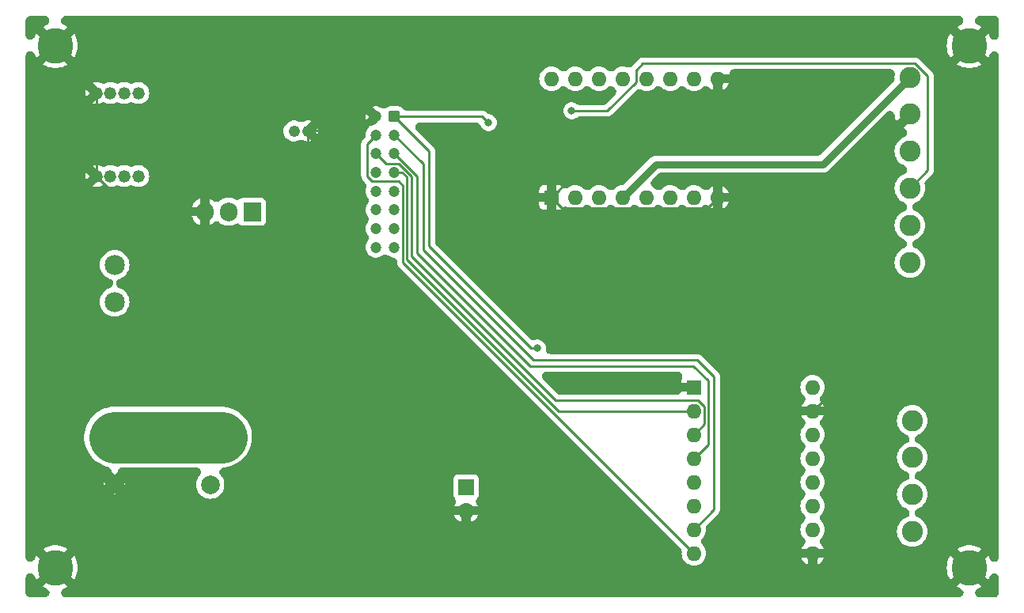
<source format=gbr>
%TF.GenerationSoftware,KiCad,Pcbnew,7.0.10*%
%TF.CreationDate,2024-02-20T10:07:26+01:00*%
%TF.ProjectId,arenaPCBv1,6172656e-6150-4434-9276-312e6b696361,rev?*%
%TF.SameCoordinates,Original*%
%TF.FileFunction,Copper,L2,Bot*%
%TF.FilePolarity,Positive*%
%FSLAX46Y46*%
G04 Gerber Fmt 4.6, Leading zero omitted, Abs format (unit mm)*
G04 Created by KiCad (PCBNEW 7.0.10) date 2024-02-20 10:07:26*
%MOMM*%
%LPD*%
G01*
G04 APERTURE LIST*
G04 Aperture macros list*
%AMRoundRect*
0 Rectangle with rounded corners*
0 $1 Rounding radius*
0 $2 $3 $4 $5 $6 $7 $8 $9 X,Y pos of 4 corners*
0 Add a 4 corners polygon primitive as box body*
4,1,4,$2,$3,$4,$5,$6,$7,$8,$9,$2,$3,0*
0 Add four circle primitives for the rounded corners*
1,1,$1+$1,$2,$3*
1,1,$1+$1,$4,$5*
1,1,$1+$1,$6,$7*
1,1,$1+$1,$8,$9*
0 Add four rect primitives between the rounded corners*
20,1,$1+$1,$2,$3,$4,$5,0*
20,1,$1+$1,$4,$5,$6,$7,0*
20,1,$1+$1,$6,$7,$8,$9,0*
20,1,$1+$1,$8,$9,$2,$3,0*%
G04 Aperture macros list end*
%TA.AperFunction,ComponentPad*%
%ADD10C,3.800000*%
%TD*%
%TA.AperFunction,ComponentPad*%
%ADD11C,1.320800*%
%TD*%
%TA.AperFunction,ComponentPad*%
%ADD12C,2.260600*%
%TD*%
%TA.AperFunction,ComponentPad*%
%ADD13R,1.600000X1.600000*%
%TD*%
%TA.AperFunction,ComponentPad*%
%ADD14O,1.600000X1.600000*%
%TD*%
%TA.AperFunction,ComponentPad*%
%ADD15R,1.700000X1.700000*%
%TD*%
%TA.AperFunction,ComponentPad*%
%ADD16O,1.700000X1.700000*%
%TD*%
%TA.AperFunction,ComponentPad*%
%ADD17C,2.010000*%
%TD*%
%TA.AperFunction,ComponentPad*%
%ADD18C,2.159000*%
%TD*%
%TA.AperFunction,ComponentPad*%
%ADD19C,1.244600*%
%TD*%
%TA.AperFunction,ComponentPad*%
%ADD20C,1.270000*%
%TD*%
%TA.AperFunction,ComponentPad*%
%ADD21RoundRect,0.250000X-0.350000X0.350000X-0.350000X-0.350000X0.350000X-0.350000X0.350000X0.350000X0*%
%TD*%
%TA.AperFunction,ComponentPad*%
%ADD22C,1.200000*%
%TD*%
%TA.AperFunction,ComponentPad*%
%ADD23R,1.905000X2.000000*%
%TD*%
%TA.AperFunction,ComponentPad*%
%ADD24O,1.905000X2.000000*%
%TD*%
%TA.AperFunction,ViaPad*%
%ADD25C,0.800000*%
%TD*%
%TA.AperFunction,Conductor*%
%ADD26C,0.250000*%
%TD*%
%TA.AperFunction,Conductor*%
%ADD27C,1.375000*%
%TD*%
%TA.AperFunction,Conductor*%
%ADD28C,5.500000*%
%TD*%
%TA.AperFunction,Conductor*%
%ADD29C,0.800000*%
%TD*%
G04 APERTURE END LIST*
D10*
%TO.P,M.2,1*%
%TO.N,GND*%
X102870000Y-53340000D03*
%TD*%
D11*
%TO.P,J4,1,Pin_1*%
%TO.N,+3.3V*%
X111760000Y-67310000D03*
%TO.P,J4,2,Pin_2*%
%TO.N,/SCL*%
X110260001Y-67310000D03*
%TO.P,J4,3,Pin_3*%
%TO.N,/SDA*%
X108759999Y-67310000D03*
%TO.P,J4,4,Pin_4*%
%TO.N,GND*%
X107259999Y-67310000D03*
%TD*%
D10*
%TO.P,M.2,1*%
%TO.N,GND*%
X200660000Y-109220000D03*
%TD*%
D12*
%TO.P,J7,1,Pin_1*%
%TO.N,Net-(J7-Pin_1)*%
X194564000Y-93472000D03*
%TO.P,J7,2,Pin_2*%
%TO.N,Net-(J7-Pin_2)*%
X194564000Y-97432000D03*
%TO.P,J7,3,Pin_3*%
%TO.N,Net-(J7-Pin_3)*%
X194564000Y-101391999D03*
%TO.P,J7,4,Pin_4*%
%TO.N,Net-(J7-Pin_4)*%
X194564000Y-105351999D03*
%TD*%
D13*
%TO.P,U1,1,EN*%
%TO.N,GND*%
X171196000Y-89916000D03*
D14*
%TO.P,U1,2,MS1*%
%TO.N,Net-(J9-MS1)*%
X171196000Y-92456000D03*
%TO.P,U1,3,MS2*%
%TO.N,Net-(J9-MS2)*%
X171196000Y-94996000D03*
%TO.P,U1,4,MS3*%
%TO.N,Net-(J9-MS3)*%
X171196000Y-97536000D03*
%TO.P,U1,5,RST*%
%TO.N,+3.3V*%
X171196000Y-100076000D03*
%TO.P,U1,6,SLP*%
X171196000Y-102616000D03*
%TO.P,U1,7,STEP*%
%TO.N,Net-(J9-STEP)*%
X171196000Y-105156000D03*
%TO.P,U1,8,DIR*%
%TO.N,Net-(J9-DIR)*%
X171196000Y-107696000D03*
%TO.P,U1,9,GND*%
%TO.N,GND*%
X183896000Y-107696000D03*
%TO.P,U1,10,FAULT*%
%TO.N,unconnected-(U1-FAULT-Pad10)*%
X183896000Y-105156000D03*
%TO.P,U1,11,A2*%
%TO.N,Net-(J7-Pin_4)*%
X183896000Y-102616000D03*
%TO.P,U1,12,A1*%
%TO.N,Net-(J7-Pin_3)*%
X183896000Y-100076000D03*
%TO.P,U1,13,B1*%
%TO.N,Net-(J7-Pin_2)*%
X183896000Y-97536000D03*
%TO.P,U1,14,B2*%
%TO.N,Net-(J7-Pin_1)*%
X183896000Y-94996000D03*
%TO.P,U1,15,GND*%
%TO.N,GND*%
X183896000Y-92456000D03*
%TO.P,U1,16,VMOT*%
%TO.N,+12V*%
X183896000Y-89916000D03*
%TD*%
D10*
%TO.P,M.2,1*%
%TO.N,GND*%
X102870000Y-109220000D03*
%TD*%
D15*
%TO.P,J5,1,pin_1*%
%TO.N,Net-(J5-pin_1)*%
X146812000Y-100584000D03*
D16*
%TO.P,J5,2,Pin_2*%
%TO.N,GND*%
X146812000Y-103124000D03*
%TD*%
D12*
%TO.P,J8,1,Pin_1*%
%TO.N,Net-(J8-Pin_1)*%
X194303900Y-56736901D03*
%TO.P,J8,2,Pin_2*%
%TO.N,GND*%
X194303900Y-60696901D03*
%TO.P,J8,3,Pin_3*%
%TO.N,Net-(J8-Pin_3)*%
X194303900Y-64656900D03*
%TO.P,J8,4,Pin_4*%
%TO.N,Net-(J8-Pin_4)*%
X194303900Y-68616900D03*
%TO.P,J8,5,Pin_5*%
%TO.N,+3.3V*%
X194303900Y-72576900D03*
%TO.P,J8,6,Pin_6*%
%TO.N,Net-(J8-Pin_6)*%
X194303900Y-76536900D03*
%TD*%
D17*
%TO.P,F1,1*%
%TO.N,Net-(J6-VCC)*%
X120650000Y-95250000D03*
%TO.P,F1,2*%
%TO.N,+12V*%
X119450000Y-100350000D03*
%TD*%
D18*
%TO.P,J1,1,VCC*%
%TO.N,+12V*%
X109220000Y-80772000D03*
%TO.P,J1,2,GND*%
%TO.N,/D*%
X109220000Y-76809600D03*
%TD*%
D19*
%TO.P,J3,1,COM*%
%TO.N,Net-(J3-COM)*%
X128420998Y-62484000D03*
%TO.P,J3,2,GND*%
%TO.N,GND*%
X129921000Y-62484000D03*
%TD*%
D10*
%TO.P,M.2,1*%
%TO.N,GND*%
X200660000Y-53340000D03*
%TD*%
D20*
%TO.P,J6,1,VCC*%
%TO.N,Net-(J6-VCC)*%
X109220000Y-95250000D03*
%TO.P,J6,2,GND*%
%TO.N,GND*%
X109220000Y-100250000D03*
%TD*%
D21*
%TO.P,J9,1,3.3V*%
%TO.N,+3.3V*%
X139160000Y-60930000D03*
D22*
%TO.P,J9,2,GND*%
%TO.N,GND*%
X137160000Y-60930000D03*
%TO.P,J9,3,STEP*%
%TO.N,Net-(J9-STEP)*%
X139160000Y-62930000D03*
%TO.P,J9,4,DIR*%
%TO.N,Net-(J9-DIR)*%
X137160000Y-62930000D03*
%TO.P,J9,5,MS3*%
%TO.N,Net-(J9-MS3)*%
X139160000Y-64930000D03*
%TO.P,J9,6,MS2*%
%TO.N,Net-(J9-MS2)*%
X137160000Y-64930000D03*
%TO.P,J9,7,MS1*%
%TO.N,Net-(J9-MS1)*%
X139160000Y-66930000D03*
%TO.P,J9,8,PWMA*%
%TO.N,Net-(J9-PWMA)*%
X137160000Y-66930000D03*
%TO.P,J9,9,AIN1*%
%TO.N,Net-(J9-AIN1)*%
X139160000Y-68930000D03*
%TO.P,J9,10,AIN2*%
%TO.N,Net-(J9-AIN2)*%
X137160000Y-68930000D03*
%TO.P,J9,11,HAL2*%
%TO.N,Net-(J8-Pin_4)*%
X139160000Y-70930000D03*
%TO.P,J9,12,HAL1*%
%TO.N,Net-(J8-Pin_3)*%
X137160000Y-70930000D03*
%TO.P,J9,13,END*%
%TO.N,Net-(J3-COM)*%
X139160000Y-72930000D03*
%TO.P,J9,14,QI*%
%TO.N,Net-(J9-QI)*%
X137160000Y-72930000D03*
%TO.P,J9,15,SDA*%
%TO.N,/SDA*%
X139160000Y-74930000D03*
%TO.P,J9,16,SCL*%
%TO.N,/SCL*%
X137160000Y-74930000D03*
%TD*%
D11*
%TO.P,J2,1,Pin_1*%
%TO.N,+3.3V*%
X111760000Y-58420000D03*
%TO.P,J2,2,Pin_2*%
%TO.N,/SCL*%
X110260001Y-58420000D03*
%TO.P,J2,3,Pin_3*%
%TO.N,/SDA*%
X108759999Y-58420000D03*
%TO.P,J2,4,Pin_4*%
%TO.N,GND*%
X107259999Y-58420000D03*
%TD*%
D23*
%TO.P,Q1,1,G*%
%TO.N,/G*%
X123952000Y-71120000D03*
D24*
%TO.P,Q1,2,D*%
%TO.N,/D*%
X121412000Y-71120000D03*
%TO.P,Q1,3,S*%
%TO.N,GND*%
X118872000Y-71120000D03*
%TD*%
D13*
%TO.P,U2,1,GND*%
%TO.N,GND*%
X155956000Y-69596000D03*
D14*
%TO.P,U2,2,VCC*%
%TO.N,+3.3V*%
X158496000Y-69596000D03*
%TO.P,U2,3,AO1*%
%TO.N,Net-(J8-Pin_6)*%
X161036000Y-69596000D03*
%TO.P,U2,4,AO2*%
%TO.N,Net-(J8-Pin_1)*%
X163576000Y-69596000D03*
%TO.P,U2,5,BO2*%
%TO.N,unconnected-(U2-BO2-Pad5)*%
X166116000Y-69596000D03*
%TO.P,U2,6,BO1*%
%TO.N,unconnected-(U2-BO1-Pad6)*%
X168656000Y-69596000D03*
%TO.P,U2,7,VMOT*%
%TO.N,+12V*%
X171196000Y-69596000D03*
%TO.P,U2,8,GND*%
%TO.N,GND*%
X173736000Y-69596000D03*
%TO.P,U2,9,GND*%
X173736000Y-56896000D03*
%TO.P,U2,10,PWMB*%
%TO.N,unconnected-(U2-PWMB-Pad10)*%
X171196000Y-56896000D03*
%TO.P,U2,11,BIN2*%
%TO.N,unconnected-(U2-BIN2-Pad11)*%
X168656000Y-56896000D03*
%TO.P,U2,12,BIN1*%
%TO.N,unconnected-(U2-BIN1-Pad12)*%
X166116000Y-56896000D03*
%TO.P,U2,13,nSTBY*%
%TO.N,+3.3V*%
X163576000Y-56896000D03*
%TO.P,U2,14,AIN1*%
%TO.N,Net-(J9-AIN1)*%
X161036000Y-56896000D03*
%TO.P,U2,15,AIN2*%
%TO.N,Net-(J9-AIN2)*%
X158496000Y-56896000D03*
%TO.P,U2,16,PWMA*%
%TO.N,Net-(J9-PWMA)*%
X155956000Y-56896000D03*
%TD*%
D25*
%TO.N,GND*%
X140970000Y-99060000D03*
X143256000Y-87884000D03*
X162560000Y-85725000D03*
X189230000Y-81788000D03*
X139700000Y-78105000D03*
X158750000Y-75565000D03*
X161925000Y-88900000D03*
X153035000Y-92710000D03*
X145415000Y-75565000D03*
X157480000Y-89916000D03*
%TO.N,+3.3V*%
X149225000Y-61595000D03*
X154453577Y-85725000D03*
%TO.N,Net-(J8-Pin_4)*%
X158115000Y-60325000D03*
%TD*%
D26*
%TO.N,GND*%
X126682500Y-80010000D02*
X125095000Y-80010000D01*
X127508000Y-79184500D02*
X126682500Y-80010000D01*
X127127000Y-69215000D02*
X127508000Y-69596000D01*
X127508000Y-69596000D02*
X127508000Y-79184500D01*
X125116201Y-69215000D02*
X127127000Y-69215000D01*
X135890000Y-89154000D02*
X126746000Y-80010000D01*
X135890000Y-93980000D02*
X135890000Y-89154000D01*
X140970000Y-99060000D02*
X135890000Y-93980000D01*
X145034000Y-103124000D02*
X146812000Y-103124000D01*
X140970000Y-99060000D02*
X145034000Y-103124000D01*
X148336000Y-103124000D02*
X146812000Y-103124000D01*
X153035000Y-98425000D02*
X148336000Y-103124000D01*
X153035000Y-92710000D02*
X153035000Y-98425000D01*
X148463000Y-103124000D02*
X146812000Y-103124000D01*
X154559000Y-109220000D02*
X148463000Y-103124000D01*
X183896000Y-107696000D02*
X183896000Y-109220000D01*
X183896000Y-109220000D02*
X154559000Y-109220000D01*
X162687000Y-62865000D02*
X155956000Y-69596000D01*
X169291000Y-62865000D02*
X162687000Y-62865000D01*
X173736000Y-56896000D02*
X173736000Y-58420000D01*
X173736000Y-58420000D02*
X169291000Y-62865000D01*
X106045000Y-99060000D02*
X104140000Y-97155000D01*
X104140000Y-97155000D02*
X104140000Y-92710000D01*
X116840000Y-80010000D02*
X118110000Y-80010000D01*
X107950000Y-99060000D02*
X106045000Y-99060000D01*
X104140000Y-92710000D02*
X116840000Y-80010000D01*
D27*
X108030000Y-99060000D02*
X107950000Y-99060000D01*
X109220000Y-100250000D02*
X108030000Y-99060000D01*
X109220000Y-100250000D02*
X106680000Y-102790000D01*
X109220000Y-100250000D02*
X111760000Y-102790000D01*
X110156000Y-99314000D02*
X110236000Y-99314000D01*
X109220000Y-100250000D02*
X110156000Y-99314000D01*
D26*
%TO.N,Net-(J9-STEP)*%
X173355000Y-102997000D02*
X171196000Y-105156000D01*
X173355000Y-88778421D02*
X173355000Y-102997000D01*
X171571579Y-86995000D02*
X173355000Y-88778421D01*
X142240000Y-75184000D02*
X154051000Y-86995000D01*
X142240000Y-66010000D02*
X142240000Y-75184000D01*
X154051000Y-86995000D02*
X171571579Y-86995000D01*
X139160000Y-62930000D02*
X142240000Y-66010000D01*
%TO.N,+3.3V*%
X142875000Y-74793694D02*
X142875000Y-64645000D01*
X153806306Y-85725000D02*
X142875000Y-74793694D01*
X154453577Y-85725000D02*
X153806306Y-85725000D01*
X142875000Y-64645000D02*
X139160000Y-60930000D01*
%TO.N,GND*%
X162560000Y-82550000D02*
X162560000Y-85725000D01*
X158750000Y-78740000D02*
X162560000Y-82550000D01*
X158750000Y-75565000D02*
X158750000Y-78740000D01*
X158750000Y-74930000D02*
X155956000Y-72136000D01*
X155956000Y-72136000D02*
X155956000Y-69596000D01*
X158750000Y-75565000D02*
X158750000Y-74930000D01*
X172611000Y-70721000D02*
X157081000Y-70721000D01*
X198437500Y-106997500D02*
X196215000Y-109220000D01*
X125095000Y-80010000D02*
X126746000Y-80010000D01*
X102870000Y-53340000D02*
X105410000Y-50800000D01*
X189230000Y-81788000D02*
X189230000Y-87122000D01*
X173736000Y-69596000D02*
X172611000Y-70721000D01*
X160909000Y-89916000D02*
X157480000Y-89916000D01*
X107259999Y-58420000D02*
X107259999Y-67310000D01*
X128651000Y-78105000D02*
X126746000Y-80010000D01*
X137160000Y-60930000D02*
X135661700Y-62428300D01*
X185404801Y-69596000D02*
X173736000Y-69596000D01*
X129921000Y-64410201D02*
X125116201Y-69215000D01*
X194303900Y-60696901D02*
X185404801Y-69596000D01*
X157081000Y-70721000D02*
X155956000Y-69596000D01*
X135661700Y-62428300D02*
X129976700Y-62428300D01*
X129976700Y-62428300D02*
X129921000Y-62484000D01*
X102870000Y-109220000D02*
X104775000Y-107315000D01*
X161925000Y-88900000D02*
X160909000Y-89916000D01*
X200660000Y-109220000D02*
X198437500Y-106997500D01*
X200660000Y-53340000D02*
X198437500Y-51117500D01*
X189230000Y-87122000D02*
X183896000Y-92456000D01*
X109164999Y-69215000D02*
X125116201Y-69215000D01*
X129921000Y-62484000D02*
X129921000Y-64410201D01*
X157480000Y-89916000D02*
X171196000Y-89916000D01*
X104775000Y-107315000D02*
X107315000Y-107315000D01*
X139700000Y-78105000D02*
X128651000Y-78105000D01*
X107259999Y-67310000D02*
X109164999Y-69215000D01*
X105410000Y-50800000D02*
X107315000Y-52705000D01*
X198437500Y-51117500D02*
X197485000Y-52070000D01*
X118110000Y-80010000D02*
X125095000Y-80010000D01*
D28*
%TO.N,Net-(J6-VCC)*%
X109220000Y-95250000D02*
X120650000Y-95250000D01*
D26*
%TO.N,+3.3V*%
X148560000Y-60930000D02*
X139160000Y-60930000D01*
X149225000Y-61595000D02*
X148560000Y-60930000D01*
D29*
%TO.N,Net-(J8-Pin_1)*%
X194303900Y-56736901D02*
X185000801Y-66040000D01*
X167132000Y-66040000D02*
X163576000Y-69596000D01*
X185000801Y-66040000D02*
X167132000Y-66040000D01*
D26*
%TO.N,Net-(J8-Pin_4)*%
X165735000Y-55245000D02*
X194870104Y-55245000D01*
X158115000Y-60325000D02*
X161925000Y-60325000D01*
X196215000Y-56589896D02*
X196215000Y-66705800D01*
X194870104Y-55245000D02*
X196215000Y-56589896D01*
X196215000Y-66705800D02*
X194303900Y-68616900D01*
X161925000Y-60325000D02*
X164991000Y-57259000D01*
X164991000Y-57259000D02*
X164991000Y-55989000D01*
X164991000Y-55989000D02*
X165735000Y-55245000D01*
%TO.N,Net-(J9-DIR)*%
X171196000Y-107696000D02*
X140085000Y-76585000D01*
X139610000Y-67855000D02*
X136776852Y-67855000D01*
X140085000Y-68330000D02*
X139610000Y-67855000D01*
X140085000Y-76585000D02*
X140085000Y-68330000D01*
X136235000Y-63855000D02*
X137160000Y-62930000D01*
X136776852Y-67855000D02*
X136235000Y-67313148D01*
X136235000Y-67313148D02*
X136235000Y-63855000D01*
%TO.N,Net-(J9-MS3)*%
X172698000Y-89168000D02*
X172698000Y-96034000D01*
X141605000Y-67375000D02*
X141605000Y-75565000D01*
X172698000Y-96034000D02*
X171196000Y-97536000D01*
X139160000Y-64930000D02*
X141605000Y-67375000D01*
X141605000Y-75565000D02*
X153670000Y-87630000D01*
X171160000Y-87630000D02*
X172698000Y-89168000D01*
X153670000Y-87630000D02*
X171160000Y-87630000D01*
%TO.N,Net-(J9-MS2)*%
X139616686Y-66005000D02*
X140982579Y-67370893D01*
X140982579Y-67370893D02*
X140982579Y-75882500D01*
X172321000Y-91990009D02*
X172321000Y-93871000D01*
X172321000Y-93871000D02*
X171196000Y-94996000D01*
X140982579Y-75882500D02*
X156431079Y-91331000D01*
X156431079Y-91331000D02*
X171661991Y-91331000D01*
X137160000Y-64930000D02*
X138235000Y-66005000D01*
X138235000Y-66005000D02*
X139616686Y-66005000D01*
X171661991Y-91331000D02*
X172321000Y-91990009D01*
%TO.N,Net-(J9-MS1)*%
X156718000Y-92456000D02*
X171196000Y-92456000D01*
X140008528Y-66930000D02*
X140462000Y-67383472D01*
X140462000Y-67383472D02*
X140462000Y-76200000D01*
X139160000Y-66930000D02*
X140008528Y-66930000D01*
X140462000Y-76200000D02*
X156718000Y-92456000D01*
%TD*%
%TA.AperFunction,Conductor*%
%TO.N,GND*%
G36*
X101825770Y-109581411D02*
G01*
X101913038Y-109772502D01*
X102034894Y-109943624D01*
X102186932Y-110088592D01*
X102363658Y-110202167D01*
X102528818Y-110268287D01*
X101561340Y-111235765D01*
X101561340Y-111235766D01*
X101581467Y-111250388D01*
X101846109Y-111395877D01*
X101846112Y-111395879D01*
X101937447Y-111432041D01*
X102060718Y-111502587D01*
X102159122Y-111605005D01*
X102224684Y-111730997D01*
X102252095Y-111870358D01*
X102239133Y-112011795D01*
X102186848Y-112143852D01*
X102099477Y-112255829D01*
X101984097Y-112338654D01*
X101850057Y-112385619D01*
X101753754Y-112395000D01*
X100194000Y-112395000D01*
X100053415Y-112374787D01*
X99924220Y-112315786D01*
X99816881Y-112222776D01*
X99740094Y-112103292D01*
X99700079Y-111967015D01*
X99695000Y-111896000D01*
X99695000Y-110341902D01*
X99715213Y-110201317D01*
X99774214Y-110072122D01*
X99867224Y-109964783D01*
X99986708Y-109887996D01*
X100122985Y-109847981D01*
X100265015Y-109847981D01*
X100401292Y-109887996D01*
X100520776Y-109964783D01*
X100613786Y-110072122D01*
X100645509Y-110129438D01*
X100762708Y-110378500D01*
X100856538Y-110526352D01*
X101821027Y-109561863D01*
X101825770Y-109581411D01*
G37*
%TD.AperFunction*%
%TA.AperFunction,Conductor*%
G36*
X169605191Y-88275713D02*
G01*
X169734386Y-88334714D01*
X169841725Y-88427724D01*
X169918512Y-88547208D01*
X169958527Y-88683485D01*
X169958527Y-88825515D01*
X169932144Y-88928882D01*
X169902402Y-89008622D01*
X169902402Y-89008623D01*
X169896000Y-89068175D01*
X169896000Y-89416000D01*
X171197000Y-89416000D01*
X171337585Y-89436213D01*
X171466780Y-89495214D01*
X171574119Y-89588224D01*
X171650906Y-89707708D01*
X171690921Y-89843985D01*
X171696000Y-89915000D01*
X171696000Y-89917000D01*
X171675787Y-90057585D01*
X171616786Y-90186780D01*
X171523776Y-90294119D01*
X171404292Y-90370906D01*
X171268015Y-90410921D01*
X171197000Y-90416000D01*
X169895999Y-90416000D01*
X169752653Y-90559346D01*
X169638952Y-90644462D01*
X169505877Y-90694096D01*
X169399807Y-90705500D01*
X156896862Y-90705500D01*
X156756277Y-90685287D01*
X156627082Y-90626286D01*
X156544016Y-90559346D01*
X155900670Y-89916000D01*
X170791014Y-89916000D01*
X170810835Y-90041148D01*
X170868359Y-90154045D01*
X170957955Y-90243641D01*
X171070852Y-90301165D01*
X171164519Y-90316000D01*
X171227481Y-90316000D01*
X171321148Y-90301165D01*
X171434045Y-90243641D01*
X171523641Y-90154045D01*
X171581165Y-90041148D01*
X171600986Y-89916000D01*
X171581165Y-89790852D01*
X171523641Y-89677955D01*
X171434045Y-89588359D01*
X171321148Y-89530835D01*
X171227481Y-89516000D01*
X171164519Y-89516000D01*
X171070852Y-89530835D01*
X170957955Y-89588359D01*
X170868359Y-89677955D01*
X170810835Y-89790852D01*
X170791014Y-89916000D01*
X155900670Y-89916000D01*
X155092016Y-89107346D01*
X155006900Y-88993645D01*
X154957266Y-88860570D01*
X154947133Y-88718902D01*
X154977324Y-88580117D01*
X155045392Y-88455460D01*
X155145822Y-88355030D01*
X155270479Y-88286962D01*
X155409264Y-88256771D01*
X155444862Y-88255500D01*
X169464606Y-88255500D01*
X169605191Y-88275713D01*
G37*
%TD.AperFunction*%
%TA.AperFunction,Conductor*%
G36*
X199684339Y-50185213D02*
G01*
X199813534Y-50244214D01*
X199920873Y-50337224D01*
X199997660Y-50456708D01*
X200037675Y-50592985D01*
X200037675Y-50735015D01*
X199997660Y-50871292D01*
X199920873Y-50990776D01*
X199813534Y-51083786D01*
X199727447Y-51127959D01*
X199636112Y-51164120D01*
X199636109Y-51164122D01*
X199371470Y-51309609D01*
X199351339Y-51324233D01*
X200320386Y-52293280D01*
X200249311Y-52314150D01*
X200062590Y-52410411D01*
X199897460Y-52540271D01*
X199759890Y-52699035D01*
X199654853Y-52880965D01*
X199613458Y-53000564D01*
X198646539Y-52033646D01*
X198552705Y-52181506D01*
X198424127Y-52454746D01*
X198330802Y-52741969D01*
X198274217Y-53038601D01*
X198274215Y-53038612D01*
X198255255Y-53339993D01*
X198255255Y-53340006D01*
X198274215Y-53641387D01*
X198274217Y-53641398D01*
X198330802Y-53938030D01*
X198424126Y-54225249D01*
X198552708Y-54498500D01*
X198646538Y-54646352D01*
X199611027Y-53681863D01*
X199615770Y-53701411D01*
X199703038Y-53892502D01*
X199824894Y-54063624D01*
X199976932Y-54208592D01*
X200153658Y-54322167D01*
X200318818Y-54388287D01*
X199351340Y-55355765D01*
X199351340Y-55355766D01*
X199371467Y-55370388D01*
X199636109Y-55515877D01*
X199636112Y-55515879D01*
X199916892Y-55627047D01*
X199916896Y-55627048D01*
X200209395Y-55702149D01*
X200209405Y-55702151D01*
X200508994Y-55739999D01*
X200509007Y-55740000D01*
X200810993Y-55740000D01*
X200811005Y-55739999D01*
X201110594Y-55702151D01*
X201110604Y-55702149D01*
X201403103Y-55627048D01*
X201403107Y-55627047D01*
X201683887Y-55515879D01*
X201683898Y-55515874D01*
X201948522Y-55370395D01*
X201948530Y-55370390D01*
X201968658Y-55355766D01*
X201968659Y-55355765D01*
X200999613Y-54386719D01*
X201070689Y-54365850D01*
X201257410Y-54269589D01*
X201422540Y-54139729D01*
X201560110Y-53980965D01*
X201665147Y-53799035D01*
X201706541Y-53679434D01*
X202673459Y-54646352D01*
X202673460Y-54646352D01*
X202767291Y-54498499D01*
X202884491Y-54249438D01*
X202962638Y-54130840D01*
X203071033Y-54039062D01*
X203200894Y-53981540D01*
X203341700Y-53962935D01*
X203482045Y-53984752D01*
X203610557Y-54045226D01*
X203716827Y-54139456D01*
X203792245Y-54259809D01*
X203830700Y-54396534D01*
X203835000Y-54461902D01*
X203835000Y-108098097D01*
X203814787Y-108238682D01*
X203755786Y-108367877D01*
X203662776Y-108475216D01*
X203543292Y-108552003D01*
X203407015Y-108592018D01*
X203264985Y-108592018D01*
X203128708Y-108552003D01*
X203009224Y-108475216D01*
X202916214Y-108367877D01*
X202884492Y-108310561D01*
X202767298Y-108061512D01*
X202767289Y-108061496D01*
X202673460Y-107913645D01*
X201708971Y-108878134D01*
X201704230Y-108858589D01*
X201616962Y-108667498D01*
X201495106Y-108496376D01*
X201343068Y-108351408D01*
X201166342Y-108237833D01*
X201001180Y-108171711D01*
X201968658Y-107204232D01*
X201968659Y-107204232D01*
X201948523Y-107189604D01*
X201683898Y-107044125D01*
X201683887Y-107044120D01*
X201403107Y-106932952D01*
X201403103Y-106932951D01*
X201110604Y-106857850D01*
X201110594Y-106857848D01*
X200811005Y-106820000D01*
X200508994Y-106820000D01*
X200209405Y-106857848D01*
X200209395Y-106857850D01*
X199916896Y-106932951D01*
X199916892Y-106932952D01*
X199636112Y-107044120D01*
X199636109Y-107044122D01*
X199371470Y-107189609D01*
X199351339Y-107204233D01*
X200320386Y-108173280D01*
X200249311Y-108194150D01*
X200062590Y-108290411D01*
X199897460Y-108420271D01*
X199759890Y-108579035D01*
X199654853Y-108760965D01*
X199613458Y-108880564D01*
X198646539Y-107913646D01*
X198552705Y-108061506D01*
X198424127Y-108334746D01*
X198330802Y-108621969D01*
X198274217Y-108918601D01*
X198274215Y-108918612D01*
X198255255Y-109219993D01*
X198255255Y-109220006D01*
X198274215Y-109521387D01*
X198274217Y-109521398D01*
X198330802Y-109818030D01*
X198424126Y-110105249D01*
X198552708Y-110378500D01*
X198646538Y-110526352D01*
X199611027Y-109561863D01*
X199615770Y-109581411D01*
X199703038Y-109772502D01*
X199824894Y-109943624D01*
X199976932Y-110088592D01*
X200153658Y-110202167D01*
X200318818Y-110268287D01*
X199351340Y-111235765D01*
X199351340Y-111235766D01*
X199371467Y-111250388D01*
X199636109Y-111395877D01*
X199636112Y-111395879D01*
X199727447Y-111432041D01*
X199850718Y-111502587D01*
X199949122Y-111605005D01*
X200014684Y-111730997D01*
X200042095Y-111870358D01*
X200029133Y-112011795D01*
X199976848Y-112143852D01*
X199889477Y-112255829D01*
X199774097Y-112338654D01*
X199640057Y-112385619D01*
X199543754Y-112395000D01*
X103986246Y-112395000D01*
X103845661Y-112374787D01*
X103716466Y-112315786D01*
X103609127Y-112222776D01*
X103532340Y-112103292D01*
X103492325Y-111967015D01*
X103492325Y-111824985D01*
X103532340Y-111688708D01*
X103609127Y-111569224D01*
X103716466Y-111476214D01*
X103802553Y-111432041D01*
X103893887Y-111395879D01*
X103893898Y-111395874D01*
X104158522Y-111250395D01*
X104158530Y-111250390D01*
X104178658Y-111235766D01*
X104178659Y-111235765D01*
X103209613Y-110266719D01*
X103280689Y-110245850D01*
X103467410Y-110149589D01*
X103632540Y-110019729D01*
X103770110Y-109860965D01*
X103875147Y-109679035D01*
X103916541Y-109559434D01*
X104883459Y-110526352D01*
X104883460Y-110526352D01*
X104977291Y-110378499D01*
X105105873Y-110105249D01*
X105199197Y-109818030D01*
X105255782Y-109521398D01*
X105255784Y-109521387D01*
X105274745Y-109220006D01*
X105274745Y-109219993D01*
X105255784Y-108918612D01*
X105255782Y-108918601D01*
X105199197Y-108621969D01*
X105105873Y-108334750D01*
X104977291Y-108061499D01*
X104977289Y-108061496D01*
X104883460Y-107913645D01*
X103918971Y-108878134D01*
X103914230Y-108858589D01*
X103826962Y-108667498D01*
X103705106Y-108496376D01*
X103553068Y-108351408D01*
X103376342Y-108237833D01*
X103211180Y-108171711D01*
X104178658Y-107204232D01*
X104178659Y-107204232D01*
X104158523Y-107189604D01*
X103893898Y-107044125D01*
X103893887Y-107044120D01*
X103613107Y-106932952D01*
X103613103Y-106932951D01*
X103320604Y-106857850D01*
X103320594Y-106857848D01*
X103021005Y-106820000D01*
X102718994Y-106820000D01*
X102419405Y-106857848D01*
X102419395Y-106857850D01*
X102126896Y-106932951D01*
X102126892Y-106932952D01*
X101846112Y-107044120D01*
X101846109Y-107044122D01*
X101581470Y-107189609D01*
X101561339Y-107204233D01*
X102530386Y-108173280D01*
X102459311Y-108194150D01*
X102272590Y-108290411D01*
X102107460Y-108420271D01*
X101969890Y-108579035D01*
X101864853Y-108760965D01*
X101823458Y-108880565D01*
X100856539Y-107913646D01*
X100762705Y-108061506D01*
X100645508Y-108310562D01*
X100567361Y-108429160D01*
X100458966Y-108520938D01*
X100329105Y-108578459D01*
X100188298Y-108597064D01*
X100047954Y-108575246D01*
X99919441Y-108514773D01*
X99813172Y-108420542D01*
X99737755Y-108300189D01*
X99699300Y-108163464D01*
X99695000Y-108098097D01*
X99695000Y-103624000D01*
X145555592Y-103624000D01*
X145638398Y-103801576D01*
X145638398Y-103801577D01*
X145773890Y-103995078D01*
X145773894Y-103995083D01*
X145940918Y-104162107D01*
X146134422Y-104297600D01*
X146312000Y-104380405D01*
X146312000Y-103624000D01*
X145555592Y-103624000D01*
X99695000Y-103624000D01*
X99695000Y-101324762D01*
X108852343Y-101324762D01*
X108908058Y-101346347D01*
X108908069Y-101346350D01*
X109114818Y-101384999D01*
X109114828Y-101385000D01*
X109325172Y-101385000D01*
X109325181Y-101384999D01*
X109531927Y-101346351D01*
X109531940Y-101346347D01*
X109587655Y-101324762D01*
X109220000Y-100957107D01*
X108852343Y-101324762D01*
X99695000Y-101324762D01*
X99695000Y-100250005D01*
X108080138Y-100250005D01*
X108099544Y-100459442D01*
X108099547Y-100459456D01*
X108144708Y-100618182D01*
X108144709Y-100618182D01*
X108480994Y-100281898D01*
X108835051Y-100281898D01*
X108866266Y-100405162D01*
X108935813Y-100511612D01*
X109036157Y-100589713D01*
X109156422Y-100631000D01*
X109251569Y-100631000D01*
X109345421Y-100615339D01*
X109457251Y-100554820D01*
X109543371Y-100461269D01*
X109594448Y-100344823D01*
X109602306Y-100250001D01*
X109927107Y-100250001D01*
X110295289Y-100618183D01*
X110340453Y-100459449D01*
X110340455Y-100459437D01*
X110359862Y-100250005D01*
X110359862Y-100249994D01*
X110340455Y-100040556D01*
X110340454Y-100040554D01*
X110295290Y-99881816D01*
X109927107Y-100250000D01*
X109927107Y-100250001D01*
X109602306Y-100250001D01*
X109604949Y-100218102D01*
X109573734Y-100094838D01*
X109504187Y-99988388D01*
X109403843Y-99910287D01*
X109283578Y-99869000D01*
X109188431Y-99869000D01*
X109094579Y-99884661D01*
X108982749Y-99945180D01*
X108896629Y-100038731D01*
X108845552Y-100155177D01*
X108835051Y-100281898D01*
X108480994Y-100281898D01*
X108512892Y-100250000D01*
X108144709Y-99881816D01*
X108099546Y-100040550D01*
X108099544Y-100040558D01*
X108080138Y-100249994D01*
X108080138Y-100250005D01*
X99695000Y-100250005D01*
X99695000Y-95160297D01*
X105965793Y-95160297D01*
X105975676Y-95518837D01*
X106024938Y-95874086D01*
X106024941Y-95874103D01*
X106112989Y-96221798D01*
X106112992Y-96221807D01*
X106112993Y-96221809D01*
X106238745Y-96557682D01*
X106238750Y-96557693D01*
X106238752Y-96557697D01*
X106238753Y-96557698D01*
X106400696Y-96877707D01*
X106400700Y-96877714D01*
X106400704Y-96877721D01*
X106596878Y-97177988D01*
X106596879Y-97177989D01*
X106596878Y-97177989D01*
X106764868Y-97381967D01*
X106824893Y-97454852D01*
X106908307Y-97535998D01*
X107081982Y-97704952D01*
X107081987Y-97704956D01*
X107228509Y-97818999D01*
X107365022Y-97925251D01*
X107670580Y-98113077D01*
X107994946Y-98266149D01*
X107994951Y-98266150D01*
X107994956Y-98266153D01*
X108178179Y-98329053D01*
X108334183Y-98382609D01*
X108507765Y-98421509D01*
X108640526Y-98471976D01*
X108753692Y-98557802D01*
X108838094Y-98672034D01*
X108886894Y-98805417D01*
X108896139Y-98947146D01*
X108886897Y-99011430D01*
X108852342Y-99175234D01*
X109220000Y-99542892D01*
X109587656Y-99175235D01*
X109572312Y-99102498D01*
X109563071Y-98960769D01*
X109594135Y-98822177D01*
X109662987Y-98697951D01*
X109764048Y-98598155D01*
X109889131Y-98530873D01*
X110028102Y-98501557D01*
X110060566Y-98500500D01*
X117967344Y-98500500D01*
X118107929Y-98520713D01*
X118237124Y-98579714D01*
X118344463Y-98672724D01*
X118421250Y-98792208D01*
X118461265Y-98928485D01*
X118461265Y-99070515D01*
X118421250Y-99206792D01*
X118346787Y-99323574D01*
X118228259Y-99462352D01*
X118104441Y-99664406D01*
X118104436Y-99664414D01*
X118013758Y-99883329D01*
X117958439Y-100113754D01*
X117958438Y-100113760D01*
X117939845Y-100350000D01*
X117958438Y-100586240D01*
X117958438Y-100586243D01*
X117958439Y-100586245D01*
X118013758Y-100816670D01*
X118104436Y-101035585D01*
X118104440Y-101035591D01*
X118104442Y-101035596D01*
X118166029Y-101136097D01*
X118228259Y-101237648D01*
X118382158Y-101417841D01*
X118562351Y-101571740D01*
X118562353Y-101571741D01*
X118764404Y-101695558D01*
X118764409Y-101695560D01*
X118764414Y-101695563D01*
X118983331Y-101786241D01*
X118983328Y-101786241D01*
X118983335Y-101786242D01*
X118983336Y-101786243D01*
X119213760Y-101841562D01*
X119450000Y-101860155D01*
X119686240Y-101841562D01*
X119916664Y-101786243D01*
X119916667Y-101786241D01*
X119916670Y-101786241D01*
X120135585Y-101695563D01*
X120135587Y-101695561D01*
X120135596Y-101695558D01*
X120337647Y-101571741D01*
X120442867Y-101481875D01*
X145461500Y-101481875D01*
X145461501Y-101481880D01*
X145467908Y-101541480D01*
X145467909Y-101541484D01*
X145518202Y-101676326D01*
X145518206Y-101676334D01*
X145625841Y-101820115D01*
X145624808Y-101820887D01*
X145683164Y-101898841D01*
X145732798Y-102031916D01*
X145742931Y-102173584D01*
X145712740Y-102312369D01*
X145653963Y-102424194D01*
X145638403Y-102446415D01*
X145638398Y-102446424D01*
X145555594Y-102624000D01*
X146776237Y-102624000D01*
X146669685Y-102639320D01*
X146538900Y-102699048D01*
X146430239Y-102793202D01*
X146352507Y-102914156D01*
X146312000Y-103052111D01*
X146312000Y-103195889D01*
X146352507Y-103333844D01*
X146430239Y-103454798D01*
X146538900Y-103548952D01*
X146669685Y-103608680D01*
X146776237Y-103624000D01*
X146847763Y-103624000D01*
X147312000Y-103624000D01*
X147312000Y-104380405D01*
X147489577Y-104297600D01*
X147683081Y-104162107D01*
X147850105Y-103995083D01*
X147850109Y-103995078D01*
X147985601Y-103801577D01*
X147985601Y-103801576D01*
X148068407Y-103624000D01*
X147312000Y-103624000D01*
X146847763Y-103624000D01*
X146954315Y-103608680D01*
X147085100Y-103548952D01*
X147193761Y-103454798D01*
X147271493Y-103333844D01*
X147312000Y-103195889D01*
X147312000Y-103052111D01*
X147271493Y-102914156D01*
X147193761Y-102793202D01*
X147085100Y-102699048D01*
X146954315Y-102639320D01*
X146847763Y-102624000D01*
X148068406Y-102624000D01*
X147985601Y-102446424D01*
X147985597Y-102446418D01*
X147970041Y-102424201D01*
X147905962Y-102297447D01*
X147880190Y-102157775D01*
X147894811Y-102016500D01*
X147948643Y-101885066D01*
X147998624Y-101820463D01*
X147998159Y-101820115D01*
X148019546Y-101791546D01*
X148105796Y-101676331D01*
X148156091Y-101541483D01*
X148162500Y-101481873D01*
X148162499Y-99686128D01*
X148156091Y-99626517D01*
X148105796Y-99491669D01*
X148019546Y-99376454D01*
X147904331Y-99290204D01*
X147904327Y-99290202D01*
X147904324Y-99290201D01*
X147769485Y-99239909D01*
X147749613Y-99237772D01*
X147709873Y-99233500D01*
X147709869Y-99233500D01*
X145914124Y-99233500D01*
X145914119Y-99233501D01*
X145854519Y-99239908D01*
X145854515Y-99239909D01*
X145719673Y-99290202D01*
X145719665Y-99290206D01*
X145604454Y-99376454D01*
X145518206Y-99491665D01*
X145518201Y-99491675D01*
X145467909Y-99626514D01*
X145467588Y-99629501D01*
X145461501Y-99686124D01*
X145461500Y-99686130D01*
X145461500Y-101481875D01*
X120442867Y-101481875D01*
X120517841Y-101417841D01*
X120671741Y-101237647D01*
X120795558Y-101035596D01*
X120795563Y-101035585D01*
X120886241Y-100816670D01*
X120886241Y-100816667D01*
X120886243Y-100816664D01*
X120941562Y-100586240D01*
X120960155Y-100350000D01*
X120941562Y-100113760D01*
X120886243Y-99883336D01*
X120886242Y-99883334D01*
X120886241Y-99883329D01*
X120795563Y-99664414D01*
X120795560Y-99664409D01*
X120795558Y-99664404D01*
X120671741Y-99462353D01*
X120671740Y-99462351D01*
X120545144Y-99314126D01*
X120469212Y-99194097D01*
X120430172Y-99057538D01*
X120431186Y-98915511D01*
X120472173Y-98779524D01*
X120549811Y-98660592D01*
X120657812Y-98568351D01*
X120787425Y-98510273D01*
X120897092Y-98491810D01*
X121008125Y-98485685D01*
X121361904Y-98426650D01*
X121707041Y-98329054D01*
X122039346Y-98194083D01*
X122354787Y-98023375D01*
X122649534Y-97819002D01*
X122920010Y-97583445D01*
X123162931Y-97319562D01*
X123375348Y-97030559D01*
X123554683Y-96719941D01*
X123698759Y-96391481D01*
X123805827Y-96049164D01*
X123874588Y-95697147D01*
X123904207Y-95339702D01*
X123894324Y-94981168D01*
X123845059Y-94625897D01*
X123757011Y-94278202D01*
X123693484Y-94108528D01*
X123631254Y-93942317D01*
X123631250Y-93942310D01*
X123631248Y-93942303D01*
X123469296Y-93622279D01*
X123273122Y-93322012D01*
X123273120Y-93322010D01*
X123273121Y-93322010D01*
X123045109Y-93045151D01*
X123045107Y-93045148D01*
X122788019Y-92795049D01*
X122788017Y-92795047D01*
X122788012Y-92795043D01*
X122504980Y-92574750D01*
X122504975Y-92574747D01*
X122199422Y-92386924D01*
X121875043Y-92233846D01*
X121535821Y-92117392D01*
X121535814Y-92117390D01*
X121407873Y-92088718D01*
X121185828Y-92038957D01*
X121185822Y-92038956D01*
X121185821Y-92038956D01*
X121185819Y-92038955D01*
X120829349Y-91999500D01*
X120829335Y-91999500D01*
X109130405Y-91999500D01*
X109130400Y-91999500D01*
X108861885Y-92014313D01*
X108861875Y-92014314D01*
X108508105Y-92073348D01*
X108508101Y-92073349D01*
X108508099Y-92073349D01*
X108508096Y-92073350D01*
X108352354Y-92117390D01*
X108162958Y-92170946D01*
X107830652Y-92305917D01*
X107515213Y-92476624D01*
X107220463Y-92681000D01*
X106949998Y-92916546D01*
X106949995Y-92916549D01*
X106707071Y-93180434D01*
X106494658Y-93469432D01*
X106494653Y-93469439D01*
X106315315Y-93780062D01*
X106171243Y-94108512D01*
X106171237Y-94108528D01*
X106064176Y-94450824D01*
X106064172Y-94450841D01*
X105995412Y-94802851D01*
X105965793Y-95160297D01*
X99695000Y-95160297D01*
X99695000Y-80772000D01*
X107635114Y-80772000D01*
X107654627Y-81019932D01*
X107712683Y-81261754D01*
X107712684Y-81261757D01*
X107807856Y-81491523D01*
X107937802Y-81703576D01*
X108099315Y-81892684D01*
X108288423Y-82054197D01*
X108288427Y-82054200D01*
X108500477Y-82184144D01*
X108730243Y-82279316D01*
X108972069Y-82337373D01*
X109220000Y-82356886D01*
X109467931Y-82337373D01*
X109709757Y-82279316D01*
X109939523Y-82184144D01*
X110151573Y-82054200D01*
X110340684Y-81892684D01*
X110502200Y-81703573D01*
X110632144Y-81491523D01*
X110727316Y-81261757D01*
X110785373Y-81019931D01*
X110804886Y-80772000D01*
X110785373Y-80524069D01*
X110727316Y-80282243D01*
X110632144Y-80052477D01*
X110502200Y-79840427D01*
X110502197Y-79840423D01*
X110340684Y-79651315D01*
X110151576Y-79489802D01*
X109939523Y-79359856D01*
X109691643Y-79257181D01*
X109692248Y-79255719D01*
X109584435Y-79202712D01*
X109479795Y-79106675D01*
X109406450Y-78985048D01*
X109370343Y-78847684D01*
X109374398Y-78705711D01*
X109418287Y-78570632D01*
X109498455Y-78453390D01*
X109608406Y-78363483D01*
X109692008Y-78325302D01*
X109691643Y-78324419D01*
X109709757Y-78316916D01*
X109939523Y-78221744D01*
X110151573Y-78091800D01*
X110340684Y-77930284D01*
X110502200Y-77741173D01*
X110632144Y-77529123D01*
X110727316Y-77299357D01*
X110785373Y-77057531D01*
X110804886Y-76809600D01*
X110785373Y-76561669D01*
X110727316Y-76319843D01*
X110632144Y-76090077D01*
X110502200Y-75878027D01*
X110502197Y-75878023D01*
X110340684Y-75688915D01*
X110151576Y-75527402D01*
X109939523Y-75397456D01*
X109709757Y-75302284D01*
X109709754Y-75302283D01*
X109467932Y-75244227D01*
X109220000Y-75224714D01*
X108972067Y-75244227D01*
X108730245Y-75302283D01*
X108730242Y-75302284D01*
X108500476Y-75397456D01*
X108288423Y-75527402D01*
X108099315Y-75688915D01*
X107937802Y-75878023D01*
X107807856Y-76090076D01*
X107712684Y-76319842D01*
X107712683Y-76319845D01*
X107654627Y-76561667D01*
X107635114Y-76809600D01*
X107654627Y-77057532D01*
X107712683Y-77299354D01*
X107712684Y-77299357D01*
X107807856Y-77529123D01*
X107937802Y-77741176D01*
X108099315Y-77930284D01*
X108288423Y-78091797D01*
X108288427Y-78091800D01*
X108500477Y-78221744D01*
X108730243Y-78316916D01*
X108748357Y-78324419D01*
X108747751Y-78325880D01*
X108855572Y-78378893D01*
X108960210Y-78474932D01*
X109033552Y-78596561D01*
X109069657Y-78733925D01*
X109065599Y-78875897D01*
X109021708Y-79010975D01*
X108941538Y-79128216D01*
X108831585Y-79218122D01*
X108747991Y-79256297D01*
X108748357Y-79257181D01*
X108500476Y-79359856D01*
X108288423Y-79489802D01*
X108099315Y-79651315D01*
X107937802Y-79840423D01*
X107807856Y-80052476D01*
X107712684Y-80282242D01*
X107712683Y-80282245D01*
X107654627Y-80524067D01*
X107635114Y-80772000D01*
X99695000Y-80772000D01*
X99695000Y-71620000D01*
X117488239Y-71620000D01*
X117493492Y-71640743D01*
X117493493Y-71640746D01*
X117590183Y-71861178D01*
X117721845Y-72062702D01*
X117884877Y-72239800D01*
X117884882Y-72239805D01*
X118074835Y-72387652D01*
X118074834Y-72387652D01*
X118286538Y-72502219D01*
X118286540Y-72502220D01*
X118372000Y-72531558D01*
X118372000Y-71620000D01*
X117488239Y-71620000D01*
X99695000Y-71620000D01*
X99695000Y-71157886D01*
X118318123Y-71157886D01*
X118348884Y-71305915D01*
X118418442Y-71440156D01*
X118521638Y-71550652D01*
X118650819Y-71629209D01*
X118796404Y-71670000D01*
X118909622Y-71670000D01*
X119021783Y-71654584D01*
X119160458Y-71594349D01*
X119277739Y-71498934D01*
X119364928Y-71375415D01*
X119372000Y-71355516D01*
X119372000Y-72531557D01*
X119457459Y-72502220D01*
X119457461Y-72502219D01*
X119669161Y-72387653D01*
X119835096Y-72258500D01*
X119958451Y-72188102D01*
X120096643Y-72155307D01*
X120238477Y-72162775D01*
X120372462Y-72209899D01*
X120448082Y-72258497D01*
X120614559Y-72388071D01*
X120614561Y-72388072D01*
X120826336Y-72502679D01*
X121054087Y-72580866D01*
X121291601Y-72620500D01*
X121532399Y-72620500D01*
X121769913Y-72580866D01*
X121997664Y-72502679D01*
X122110232Y-72441760D01*
X122243487Y-72392627D01*
X122385192Y-72383026D01*
X122523862Y-72413738D01*
X122646763Y-72481146D01*
X122757169Y-72563796D01*
X122892017Y-72614091D01*
X122951627Y-72620500D01*
X124952372Y-72620499D01*
X124952375Y-72620499D01*
X124952378Y-72620498D01*
X125011983Y-72614091D01*
X125146831Y-72563796D01*
X125262046Y-72477546D01*
X125348296Y-72362331D01*
X125398591Y-72227483D01*
X125405000Y-72167873D01*
X125404999Y-70072128D01*
X125398591Y-70012517D01*
X125348296Y-69877669D01*
X125262046Y-69762454D01*
X125146831Y-69676204D01*
X125146827Y-69676202D01*
X125146824Y-69676201D01*
X125011985Y-69625909D01*
X124992113Y-69623772D01*
X124952373Y-69619500D01*
X124952369Y-69619500D01*
X122951624Y-69619500D01*
X122951619Y-69619501D01*
X122892019Y-69625908D01*
X122892015Y-69625909D01*
X122757173Y-69676202D01*
X122757165Y-69676206D01*
X122646768Y-69758850D01*
X122522111Y-69826918D01*
X122383327Y-69857109D01*
X122241659Y-69846978D01*
X122110229Y-69798238D01*
X121997667Y-69737322D01*
X121913539Y-69708441D01*
X121769913Y-69659134D01*
X121769904Y-69659132D01*
X121769902Y-69659132D01*
X121532399Y-69619500D01*
X121291601Y-69619500D01*
X121054097Y-69659132D01*
X121054091Y-69659133D01*
X121054087Y-69659134D01*
X121054084Y-69659134D01*
X121054084Y-69659135D01*
X120826333Y-69737322D01*
X120614560Y-69851928D01*
X120448081Y-69981503D01*
X120324724Y-70051900D01*
X120186532Y-70084692D01*
X120044698Y-70077223D01*
X119910714Y-70030096D01*
X119835097Y-69981500D01*
X119669165Y-69852349D01*
X119457459Y-69737780D01*
X119457451Y-69737777D01*
X119372000Y-69708441D01*
X119372000Y-70889473D01*
X119325558Y-70799844D01*
X119222362Y-70689348D01*
X119093181Y-70610791D01*
X118947596Y-70570000D01*
X118834378Y-70570000D01*
X118722217Y-70585416D01*
X118583542Y-70645651D01*
X118466261Y-70741066D01*
X118379072Y-70864585D01*
X118328441Y-71007047D01*
X118318123Y-71157886D01*
X99695000Y-71157886D01*
X99695000Y-70619999D01*
X117488238Y-70619999D01*
X117488239Y-70620000D01*
X118372000Y-70620000D01*
X118372000Y-69708441D01*
X118371999Y-69708441D01*
X118286548Y-69737777D01*
X118286540Y-69737780D01*
X118074830Y-69852350D01*
X117884882Y-70000194D01*
X117884877Y-70000199D01*
X117721845Y-70177297D01*
X117590183Y-70378821D01*
X117493493Y-70599253D01*
X117493492Y-70599256D01*
X117488238Y-70619999D01*
X99695000Y-70619999D01*
X99695000Y-67310004D01*
X106094628Y-67310004D01*
X106114469Y-67524130D01*
X106114471Y-67524141D01*
X106164149Y-67698740D01*
X106164149Y-67698741D01*
X106552890Y-67310000D01*
X106848533Y-67310000D01*
X106868672Y-67437150D01*
X106927116Y-67551854D01*
X107018145Y-67642883D01*
X107132849Y-67701327D01*
X107228014Y-67716400D01*
X107291984Y-67716400D01*
X107387149Y-67701327D01*
X107501853Y-67642883D01*
X107592882Y-67551854D01*
X107597891Y-67542022D01*
X107596987Y-67559951D01*
X107550157Y-67694039D01*
X107467447Y-67809502D01*
X107460118Y-67816987D01*
X106872709Y-68404395D01*
X106941083Y-68430884D01*
X107152463Y-68470399D01*
X107152473Y-68470400D01*
X107367525Y-68470400D01*
X107367534Y-68470399D01*
X107578910Y-68430885D01*
X107578925Y-68430881D01*
X107779436Y-68353202D01*
X107786998Y-68349437D01*
X107921852Y-68304863D01*
X108063802Y-68300088D01*
X108201347Y-68335497D01*
X108231870Y-68349436D01*
X108240312Y-68353639D01*
X108240325Y-68353647D01*
X108440943Y-68431367D01*
X108546684Y-68451133D01*
X108652419Y-68470899D01*
X108652423Y-68470899D01*
X108652426Y-68470900D01*
X108652427Y-68470900D01*
X108867571Y-68470900D01*
X108867572Y-68470900D01*
X108867575Y-68470899D01*
X108867578Y-68470899D01*
X108930873Y-68459067D01*
X109079055Y-68431367D01*
X109279673Y-68353647D01*
X109279685Y-68353639D01*
X109287560Y-68349719D01*
X109422414Y-68305144D01*
X109564364Y-68300367D01*
X109701910Y-68335776D01*
X109732440Y-68349719D01*
X109740318Y-68353641D01*
X109740327Y-68353647D01*
X109940945Y-68431367D01*
X110046686Y-68451133D01*
X110152421Y-68470899D01*
X110152425Y-68470899D01*
X110152428Y-68470900D01*
X110152429Y-68470900D01*
X110367573Y-68470900D01*
X110367574Y-68470900D01*
X110367577Y-68470899D01*
X110367580Y-68470899D01*
X110430875Y-68459067D01*
X110579057Y-68431367D01*
X110779675Y-68353647D01*
X110779687Y-68353639D01*
X110787560Y-68349720D01*
X110922415Y-68305145D01*
X111064364Y-68300368D01*
X111201910Y-68335777D01*
X111232433Y-68349716D01*
X111240317Y-68353641D01*
X111240326Y-68353647D01*
X111440944Y-68431367D01*
X111546685Y-68451133D01*
X111652420Y-68470899D01*
X111652424Y-68470899D01*
X111652427Y-68470900D01*
X111652428Y-68470900D01*
X111867572Y-68470900D01*
X111867573Y-68470900D01*
X111867576Y-68470899D01*
X111867579Y-68470899D01*
X111930874Y-68459067D01*
X112079056Y-68431367D01*
X112279674Y-68353647D01*
X112462595Y-68240387D01*
X112621591Y-68095444D01*
X112751245Y-67923753D01*
X112847144Y-67731162D01*
X112906022Y-67524229D01*
X112908813Y-67494111D01*
X112925873Y-67310005D01*
X112925873Y-67309994D01*
X112906023Y-67095778D01*
X112906022Y-67095776D01*
X112906022Y-67095771D01*
X112847144Y-66888838D01*
X112751245Y-66696247D01*
X112621591Y-66524556D01*
X112462595Y-66379613D01*
X112462592Y-66379611D01*
X112462591Y-66379610D01*
X112279671Y-66266351D01*
X112080300Y-66189115D01*
X112079056Y-66188633D01*
X112079052Y-66188632D01*
X112079048Y-66188631D01*
X111867579Y-66149100D01*
X111867573Y-66149100D01*
X111652427Y-66149100D01*
X111652420Y-66149100D01*
X111440951Y-66188631D01*
X111440938Y-66188635D01*
X111240325Y-66266352D01*
X111232421Y-66270289D01*
X111097565Y-66314858D01*
X110955615Y-66319628D01*
X110818071Y-66284214D01*
X110787573Y-66270286D01*
X110779672Y-66266351D01*
X110580301Y-66189115D01*
X110579057Y-66188633D01*
X110579053Y-66188632D01*
X110579049Y-66188631D01*
X110367580Y-66149100D01*
X110367574Y-66149100D01*
X110152428Y-66149100D01*
X110152421Y-66149100D01*
X109940952Y-66188631D01*
X109940939Y-66188635D01*
X109740329Y-66266351D01*
X109732427Y-66270287D01*
X109597572Y-66314858D01*
X109455622Y-66319630D01*
X109318077Y-66284217D01*
X109287573Y-66270287D01*
X109279670Y-66266351D01*
X109080299Y-66189115D01*
X109079055Y-66188633D01*
X109079051Y-66188632D01*
X109079047Y-66188631D01*
X108867578Y-66149100D01*
X108867572Y-66149100D01*
X108652426Y-66149100D01*
X108652419Y-66149100D01*
X108440950Y-66188631D01*
X108440937Y-66188635D01*
X108240325Y-66266352D01*
X108231858Y-66270569D01*
X108097002Y-66315139D01*
X107955052Y-66319910D01*
X107817508Y-66284496D01*
X107787010Y-66270568D01*
X107779443Y-66266800D01*
X107578925Y-66189118D01*
X107578910Y-66189114D01*
X107367534Y-66149600D01*
X107152465Y-66149600D01*
X106941083Y-66189115D01*
X106941072Y-66189118D01*
X106872709Y-66215602D01*
X107259999Y-66602892D01*
X107259999Y-66602893D01*
X107460117Y-66803011D01*
X107545233Y-66916712D01*
X107594867Y-67049787D01*
X107596718Y-67075676D01*
X107592882Y-67068146D01*
X107501853Y-66977117D01*
X107387149Y-66918673D01*
X107291984Y-66903600D01*
X107228014Y-66903600D01*
X107132849Y-66918673D01*
X107018145Y-66977117D01*
X106927116Y-67068146D01*
X106868672Y-67182850D01*
X106848533Y-67310000D01*
X106552890Y-67310000D01*
X106552891Y-67309999D01*
X106164150Y-66921258D01*
X106164149Y-66921258D01*
X106114470Y-67095865D01*
X106094628Y-67309995D01*
X106094628Y-67310004D01*
X99695000Y-67310004D01*
X99695000Y-63835195D01*
X135604840Y-63835195D01*
X135607285Y-63861058D01*
X135609500Y-63908023D01*
X135609500Y-67207291D01*
X135607318Y-67253550D01*
X135609254Y-67315134D01*
X135609500Y-67330807D01*
X135609500Y-67352493D01*
X135610484Y-67368138D01*
X135610090Y-67368162D01*
X135611472Y-67385766D01*
X135612289Y-67411767D01*
X135614762Y-67427378D01*
X135620411Y-67454655D01*
X135624335Y-67469941D01*
X135633905Y-67494111D01*
X135649128Y-67538572D01*
X135656382Y-67563539D01*
X135662642Y-67578006D01*
X135674916Y-67603060D01*
X135682513Y-67616878D01*
X135697795Y-67637912D01*
X135723599Y-67677196D01*
X135736828Y-67699566D01*
X135746515Y-67712054D01*
X135764593Y-67733220D01*
X135775402Y-67744730D01*
X135775406Y-67744735D01*
X135795424Y-67761295D01*
X135830197Y-67792936D01*
X136021971Y-67984710D01*
X136107087Y-68098411D01*
X136156721Y-68231486D01*
X136166854Y-68373154D01*
X136136663Y-68511939D01*
X136134431Y-68517810D01*
X136129419Y-68530745D01*
X136073602Y-68726919D01*
X136073601Y-68726928D01*
X136054785Y-68929994D01*
X136054785Y-68930005D01*
X136073601Y-69133071D01*
X136073602Y-69133080D01*
X136129419Y-69329253D01*
X136220326Y-69511820D01*
X136309032Y-69629287D01*
X136377622Y-69753658D01*
X136408395Y-69892314D01*
X136398857Y-70034024D01*
X136349781Y-70167306D01*
X136309032Y-70230713D01*
X136220326Y-70348179D01*
X136129419Y-70530746D01*
X136073602Y-70726919D01*
X136073601Y-70726928D01*
X136054785Y-70929994D01*
X136054785Y-70930005D01*
X136073601Y-71133071D01*
X136073602Y-71133080D01*
X136129419Y-71329253D01*
X136220326Y-71511820D01*
X136309032Y-71629287D01*
X136377622Y-71753658D01*
X136408395Y-71892314D01*
X136398857Y-72034024D01*
X136349781Y-72167306D01*
X136309032Y-72230713D01*
X136220326Y-72348179D01*
X136129419Y-72530746D01*
X136073602Y-72726919D01*
X136073601Y-72726928D01*
X136054785Y-72929994D01*
X136054785Y-72930005D01*
X136073601Y-73133071D01*
X136073602Y-73133080D01*
X136129419Y-73329253D01*
X136220326Y-73511820D01*
X136309032Y-73629287D01*
X136377622Y-73753658D01*
X136408395Y-73892314D01*
X136398857Y-74034024D01*
X136349781Y-74167306D01*
X136309032Y-74230713D01*
X136220326Y-74348179D01*
X136129419Y-74530746D01*
X136073602Y-74726919D01*
X136073601Y-74726928D01*
X136054785Y-74929994D01*
X136054785Y-74930005D01*
X136073601Y-75133071D01*
X136073602Y-75133080D01*
X136073603Y-75133083D01*
X136121745Y-75302284D01*
X136129419Y-75329253D01*
X136220325Y-75511818D01*
X136220326Y-75511819D01*
X136220327Y-75511821D01*
X136343236Y-75674579D01*
X136493959Y-75811981D01*
X136667363Y-75919348D01*
X136857544Y-75993024D01*
X137058024Y-76030500D01*
X137058027Y-76030500D01*
X137261973Y-76030500D01*
X137261976Y-76030500D01*
X137462456Y-75993024D01*
X137652637Y-75919348D01*
X137826041Y-75811981D01*
X137826042Y-75811979D01*
X137826045Y-75811978D01*
X137844451Y-75798079D01*
X137845409Y-75799348D01*
X137941320Y-75734234D01*
X138076543Y-75690793D01*
X138218528Y-75687209D01*
X138355772Y-75723772D01*
X138477155Y-75797520D01*
X138493070Y-75811310D01*
X138493954Y-75811978D01*
X138493959Y-75811981D01*
X138667363Y-75919348D01*
X138857544Y-75993024D01*
X139049574Y-76028920D01*
X139184050Y-76074621D01*
X139300204Y-76156357D01*
X139388626Y-76267506D01*
X139442151Y-76399065D01*
X139456638Y-76503749D01*
X139459254Y-76586984D01*
X139459500Y-76602659D01*
X139459500Y-76624345D01*
X139460484Y-76639990D01*
X139460090Y-76640014D01*
X139461472Y-76657618D01*
X139462289Y-76683619D01*
X139464762Y-76699230D01*
X139470411Y-76726507D01*
X139474335Y-76741793D01*
X139483905Y-76765963D01*
X139499128Y-76810424D01*
X139506382Y-76835391D01*
X139512642Y-76849858D01*
X139524916Y-76874912D01*
X139532513Y-76888730D01*
X139547795Y-76909764D01*
X139573599Y-76949048D01*
X139586828Y-76971418D01*
X139596515Y-76983906D01*
X139614593Y-77005072D01*
X139625402Y-77016582D01*
X139625406Y-77016587D01*
X139645442Y-77033162D01*
X139680203Y-77064793D01*
X169759856Y-107144447D01*
X169844972Y-107258148D01*
X169894606Y-107391223D01*
X169904739Y-107532891D01*
X169904111Y-107540782D01*
X169890532Y-107695995D01*
X169890532Y-107696001D01*
X169910365Y-107922693D01*
X169969261Y-108142498D01*
X170047632Y-108310562D01*
X170065432Y-108348734D01*
X170195953Y-108535139D01*
X170356861Y-108696047D01*
X170543266Y-108826568D01*
X170611935Y-108858589D01*
X170749501Y-108922738D01*
X170749503Y-108922738D01*
X170749504Y-108922739D01*
X170969308Y-108981635D01*
X171174264Y-108999566D01*
X171195999Y-109001468D01*
X171196000Y-109001468D01*
X171196001Y-109001468D01*
X171215834Y-108999732D01*
X171422692Y-108981635D01*
X171642496Y-108922739D01*
X171848734Y-108826568D01*
X172035139Y-108696047D01*
X172196047Y-108535139D01*
X172326568Y-108348734D01*
X172397790Y-108196000D01*
X182694762Y-108196000D01*
X182765864Y-108348479D01*
X182896340Y-108534819D01*
X183057180Y-108695659D01*
X183243517Y-108826133D01*
X183243518Y-108826134D01*
X183396000Y-108897236D01*
X183396000Y-108196000D01*
X184396000Y-108196000D01*
X184396000Y-108897235D01*
X184548481Y-108826134D01*
X184548482Y-108826133D01*
X184734819Y-108695659D01*
X184895659Y-108534819D01*
X185026135Y-108348479D01*
X185097238Y-108196000D01*
X184396000Y-108196000D01*
X183396000Y-108196000D01*
X182694762Y-108196000D01*
X172397790Y-108196000D01*
X172422739Y-108142496D01*
X172481635Y-107922692D01*
X172501468Y-107696000D01*
X183491014Y-107696000D01*
X183510835Y-107821148D01*
X183568359Y-107934045D01*
X183657955Y-108023641D01*
X183770852Y-108081165D01*
X183864519Y-108096000D01*
X183927481Y-108096000D01*
X184021148Y-108081165D01*
X184134045Y-108023641D01*
X184223641Y-107934045D01*
X184281165Y-107821148D01*
X184300986Y-107696000D01*
X184281165Y-107570852D01*
X184223641Y-107457955D01*
X184134045Y-107368359D01*
X184021148Y-107310835D01*
X183927481Y-107296000D01*
X183864519Y-107296000D01*
X183770852Y-107310835D01*
X183657955Y-107368359D01*
X183568359Y-107457955D01*
X183510835Y-107570852D01*
X183491014Y-107696000D01*
X172501468Y-107696000D01*
X172481635Y-107469308D01*
X172422739Y-107249504D01*
X172326568Y-107043266D01*
X172196047Y-106856861D01*
X172118032Y-106778846D01*
X172032916Y-106665145D01*
X171983282Y-106532070D01*
X171973149Y-106390402D01*
X172003340Y-106251617D01*
X172071408Y-106126960D01*
X172118032Y-106073154D01*
X172196047Y-105995139D01*
X172326568Y-105808734D01*
X172422739Y-105602496D01*
X172481635Y-105382692D01*
X172501468Y-105156001D01*
X182590532Y-105156001D01*
X182610365Y-105382693D01*
X182669261Y-105602498D01*
X182671781Y-105607901D01*
X182765432Y-105808734D01*
X182895953Y-105995139D01*
X182895955Y-105995141D01*
X182895956Y-105995142D01*
X182974321Y-106073507D01*
X183059437Y-106187208D01*
X183109071Y-106320283D01*
X183119204Y-106461951D01*
X183089013Y-106600736D01*
X183020945Y-106725393D01*
X182974323Y-106779197D01*
X182896340Y-106857180D01*
X182765864Y-107043520D01*
X182694762Y-107196000D01*
X185097238Y-107196000D01*
X185026135Y-107043520D01*
X184895659Y-106857180D01*
X184817678Y-106779199D01*
X184732562Y-106665498D01*
X184682928Y-106532423D01*
X184672795Y-106390755D01*
X184702986Y-106251970D01*
X184771054Y-106127313D01*
X184817673Y-106073512D01*
X184896047Y-105995139D01*
X185026568Y-105808734D01*
X185122739Y-105602496D01*
X185181635Y-105382692D01*
X185184320Y-105351999D01*
X192928157Y-105351999D01*
X192948297Y-105607901D01*
X193008220Y-105857499D01*
X193008221Y-105857503D01*
X193106452Y-106094655D01*
X193240575Y-106313524D01*
X193407283Y-106508715D01*
X193602474Y-106675423D01*
X193602476Y-106675424D01*
X193821343Y-106809546D01*
X194058497Y-106907778D01*
X194308098Y-106967702D01*
X194564000Y-106987842D01*
X194819902Y-106967702D01*
X195069503Y-106907778D01*
X195306657Y-106809546D01*
X195525524Y-106675424D01*
X195720716Y-106508715D01*
X195887425Y-106313523D01*
X196021547Y-106094656D01*
X196119779Y-105857502D01*
X196179703Y-105607901D01*
X196199843Y-105351999D01*
X196179703Y-105096097D01*
X196119779Y-104846496D01*
X196021547Y-104609342D01*
X196018547Y-104604446D01*
X195887424Y-104390473D01*
X195720716Y-104195282D01*
X195525525Y-104028574D01*
X195306654Y-103894450D01*
X195158334Y-103833015D01*
X195036186Y-103760542D01*
X194939404Y-103656591D01*
X194875828Y-103529584D01*
X194850610Y-103389811D01*
X194865792Y-103248594D01*
X194920144Y-103117375D01*
X195009264Y-103006784D01*
X195125930Y-102925781D01*
X195158334Y-102910983D01*
X195306657Y-102849546D01*
X195525524Y-102715424D01*
X195720716Y-102548715D01*
X195887425Y-102353523D01*
X196021547Y-102134656D01*
X196119779Y-101897502D01*
X196179703Y-101647901D01*
X196199843Y-101391999D01*
X196179703Y-101136097D01*
X196119779Y-100886496D01*
X196021547Y-100649342D01*
X195905185Y-100459456D01*
X195887424Y-100430473D01*
X195720716Y-100235282D01*
X195525525Y-100068574D01*
X195394672Y-99988388D01*
X195306657Y-99934452D01*
X195158333Y-99873014D01*
X195036186Y-99800541D01*
X194939404Y-99696589D01*
X194875830Y-99569582D01*
X194850612Y-99429809D01*
X194865795Y-99288592D01*
X194920147Y-99157373D01*
X195009267Y-99046783D01*
X195125934Y-98965780D01*
X195158304Y-98950996D01*
X195306657Y-98889547D01*
X195525524Y-98755425D01*
X195720716Y-98588716D01*
X195887425Y-98393524D01*
X196021547Y-98174657D01*
X196119779Y-97937503D01*
X196179703Y-97687902D01*
X196199843Y-97432000D01*
X196179703Y-97176098D01*
X196119779Y-96926497D01*
X196021547Y-96689343D01*
X195940865Y-96557682D01*
X195887424Y-96470474D01*
X195720716Y-96275283D01*
X195525525Y-96108575D01*
X195306654Y-95974451D01*
X195182313Y-95922948D01*
X195158333Y-95913015D01*
X195036186Y-95840543D01*
X194939404Y-95736592D01*
X194875828Y-95609585D01*
X194850610Y-95469812D01*
X194865792Y-95328595D01*
X194920144Y-95197376D01*
X195009264Y-95086785D01*
X195125930Y-95005782D01*
X195158334Y-94990984D01*
X195182032Y-94981168D01*
X195306657Y-94929547D01*
X195525524Y-94795425D01*
X195720716Y-94628716D01*
X195887425Y-94433524D01*
X196021547Y-94214657D01*
X196119779Y-93977503D01*
X196179703Y-93727902D01*
X196199843Y-93472000D01*
X196179703Y-93216098D01*
X196119779Y-92966497D01*
X196021547Y-92729343D01*
X195926812Y-92574749D01*
X195887424Y-92510474D01*
X195720716Y-92315283D01*
X195525525Y-92148575D01*
X195306656Y-92014452D01*
X195069504Y-91916221D01*
X195069500Y-91916220D01*
X194819902Y-91856297D01*
X194564000Y-91836157D01*
X194308097Y-91856297D01*
X194058499Y-91916220D01*
X194058495Y-91916221D01*
X193821343Y-92014452D01*
X193602474Y-92148575D01*
X193407283Y-92315283D01*
X193240575Y-92510474D01*
X193106452Y-92729343D01*
X193008221Y-92966495D01*
X193008220Y-92966499D01*
X192948297Y-93216097D01*
X192928157Y-93472000D01*
X192948297Y-93727902D01*
X193008220Y-93977500D01*
X193008221Y-93977504D01*
X193106452Y-94214656D01*
X193240575Y-94433525D01*
X193407283Y-94628716D01*
X193602474Y-94795424D01*
X193821343Y-94929547D01*
X193969666Y-94990984D01*
X194091814Y-95063458D01*
X194188596Y-95167409D01*
X194252171Y-95294416D01*
X194277389Y-95434189D01*
X194262207Y-95575406D01*
X194207854Y-95706625D01*
X194118735Y-95817215D01*
X194002068Y-95898218D01*
X193969669Y-95913014D01*
X193950763Y-95920845D01*
X193821343Y-95974452D01*
X193602474Y-96108575D01*
X193407283Y-96275283D01*
X193240575Y-96470474D01*
X193106452Y-96689343D01*
X193008221Y-96926495D01*
X193008220Y-96926499D01*
X192948297Y-97176097D01*
X192928157Y-97432000D01*
X192948297Y-97687902D01*
X193008220Y-97937500D01*
X193008221Y-97937504D01*
X193106452Y-98174656D01*
X193240575Y-98393525D01*
X193407283Y-98588716D01*
X193602474Y-98755424D01*
X193602476Y-98755425D01*
X193821343Y-98889547D01*
X193969665Y-98950984D01*
X194091812Y-99023457D01*
X194188594Y-99127408D01*
X194252169Y-99254414D01*
X194277387Y-99394188D01*
X194262205Y-99535404D01*
X194207852Y-99666623D01*
X194118733Y-99777214D01*
X194002066Y-99858217D01*
X193969666Y-99873014D01*
X193821345Y-99934451D01*
X193821343Y-99934452D01*
X193803837Y-99945180D01*
X193602474Y-100068574D01*
X193407283Y-100235282D01*
X193240575Y-100430473D01*
X193106452Y-100649342D01*
X193008221Y-100886494D01*
X193008220Y-100886498D01*
X192948297Y-101136096D01*
X192928157Y-101391999D01*
X192948297Y-101647901D01*
X193008220Y-101897499D01*
X193008221Y-101897503D01*
X193106452Y-102134655D01*
X193240575Y-102353524D01*
X193407283Y-102548715D01*
X193602474Y-102715423D01*
X193821343Y-102849546D01*
X193969666Y-102910983D01*
X194091814Y-102983457D01*
X194188596Y-103087408D01*
X194252171Y-103214415D01*
X194277389Y-103354188D01*
X194262207Y-103495405D01*
X194207854Y-103626624D01*
X194118735Y-103737214D01*
X194002068Y-103818217D01*
X193969666Y-103833015D01*
X193821343Y-103894451D01*
X193602474Y-104028574D01*
X193407283Y-104195282D01*
X193240575Y-104390473D01*
X193106452Y-104609342D01*
X193008221Y-104846494D01*
X193008220Y-104846498D01*
X192948297Y-105096096D01*
X192928157Y-105351999D01*
X185184320Y-105351999D01*
X185201468Y-105156000D01*
X185181635Y-104929308D01*
X185122739Y-104709504D01*
X185026568Y-104503266D01*
X184896047Y-104316861D01*
X184818032Y-104238846D01*
X184732916Y-104125145D01*
X184683282Y-103992070D01*
X184673149Y-103850402D01*
X184703340Y-103711617D01*
X184771408Y-103586960D01*
X184818032Y-103533154D01*
X184855781Y-103495405D01*
X184896047Y-103455139D01*
X185026568Y-103268734D01*
X185122739Y-103062496D01*
X185181635Y-102842692D01*
X185201468Y-102616000D01*
X185181635Y-102389308D01*
X185122739Y-102169504D01*
X185026568Y-101963266D01*
X184896047Y-101776861D01*
X184818032Y-101698846D01*
X184732916Y-101585145D01*
X184683282Y-101452070D01*
X184673149Y-101310402D01*
X184703340Y-101171617D01*
X184771408Y-101046960D01*
X184818032Y-100993154D01*
X184854079Y-100957107D01*
X184896047Y-100915139D01*
X185026568Y-100728734D01*
X185122739Y-100522496D01*
X185181635Y-100302692D01*
X185201468Y-100076000D01*
X185181635Y-99849308D01*
X185122739Y-99629504D01*
X185121346Y-99626517D01*
X185058463Y-99491665D01*
X185026568Y-99423266D01*
X184896047Y-99236861D01*
X184818032Y-99158846D01*
X184732916Y-99045145D01*
X184683282Y-98912070D01*
X184673149Y-98770402D01*
X184703340Y-98631617D01*
X184771408Y-98506960D01*
X184818032Y-98453154D01*
X184849677Y-98421509D01*
X184896047Y-98375139D01*
X185026568Y-98188734D01*
X185122739Y-97982496D01*
X185181635Y-97762692D01*
X185201468Y-97536000D01*
X185181635Y-97309308D01*
X185122739Y-97089504D01*
X185026568Y-96883266D01*
X184896047Y-96696861D01*
X184818032Y-96618846D01*
X184732916Y-96505145D01*
X184683282Y-96372070D01*
X184673149Y-96230402D01*
X184703340Y-96091617D01*
X184771408Y-95966960D01*
X184818032Y-95913154D01*
X184854965Y-95876221D01*
X184896047Y-95835139D01*
X185026568Y-95648734D01*
X185122739Y-95442496D01*
X185181635Y-95222692D01*
X185201468Y-94996000D01*
X185181635Y-94769308D01*
X185122739Y-94549504D01*
X185026568Y-94343266D01*
X184896047Y-94156861D01*
X184817678Y-94078492D01*
X184732562Y-93964791D01*
X184682928Y-93831716D01*
X184672795Y-93690048D01*
X184702986Y-93551263D01*
X184771054Y-93426606D01*
X184817680Y-93372798D01*
X184895659Y-93294819D01*
X185026135Y-93108479D01*
X185097238Y-92956000D01*
X182694762Y-92956000D01*
X182765864Y-93108479D01*
X182896340Y-93294819D01*
X182974321Y-93372800D01*
X183059437Y-93486501D01*
X183109071Y-93619576D01*
X183119204Y-93761244D01*
X183089013Y-93900029D01*
X183020945Y-94024686D01*
X182974323Y-94078490D01*
X182895956Y-94156856D01*
X182895951Y-94156863D01*
X182765433Y-94343263D01*
X182669261Y-94549501D01*
X182610365Y-94769306D01*
X182590532Y-94995998D01*
X182590532Y-94996001D01*
X182610365Y-95222693D01*
X182669261Y-95442498D01*
X182765433Y-95648736D01*
X182805967Y-95706625D01*
X182895953Y-95835139D01*
X182895956Y-95835142D01*
X182973968Y-95913154D01*
X183059084Y-96026855D01*
X183108718Y-96159930D01*
X183118851Y-96301598D01*
X183088660Y-96440383D01*
X183020592Y-96565040D01*
X182973968Y-96618846D01*
X182895956Y-96696857D01*
X182895951Y-96696863D01*
X182765433Y-96883263D01*
X182669261Y-97089501D01*
X182610365Y-97309306D01*
X182590532Y-97535998D01*
X182590532Y-97536001D01*
X182610365Y-97762693D01*
X182669261Y-97982498D01*
X182765433Y-98188736D01*
X182769177Y-98194083D01*
X182895953Y-98375139D01*
X182895956Y-98375142D01*
X182973968Y-98453154D01*
X183059084Y-98566855D01*
X183108718Y-98699930D01*
X183118851Y-98841598D01*
X183088660Y-98980383D01*
X183020592Y-99105040D01*
X182973968Y-99158846D01*
X182895956Y-99236857D01*
X182895951Y-99236863D01*
X182765433Y-99423263D01*
X182669261Y-99629501D01*
X182610365Y-99849306D01*
X182590532Y-100075998D01*
X182590532Y-100076001D01*
X182610365Y-100302693D01*
X182669261Y-100522498D01*
X182758953Y-100714840D01*
X182765432Y-100728734D01*
X182895953Y-100915139D01*
X182895956Y-100915142D01*
X182973968Y-100993154D01*
X183059084Y-101106855D01*
X183108718Y-101239930D01*
X183118851Y-101381598D01*
X183088660Y-101520383D01*
X183020592Y-101645040D01*
X182973968Y-101698846D01*
X182895956Y-101776857D01*
X182895951Y-101776863D01*
X182765433Y-101963263D01*
X182669261Y-102169501D01*
X182610365Y-102389306D01*
X182590532Y-102615998D01*
X182590532Y-102616001D01*
X182610365Y-102842693D01*
X182669261Y-103062498D01*
X182765433Y-103268736D01*
X182825267Y-103354188D01*
X182895953Y-103455139D01*
X182895956Y-103455142D01*
X182973968Y-103533154D01*
X183059084Y-103646855D01*
X183108718Y-103779930D01*
X183118851Y-103921598D01*
X183088660Y-104060383D01*
X183020592Y-104185040D01*
X182973968Y-104238846D01*
X182895956Y-104316857D01*
X182895951Y-104316863D01*
X182765433Y-104503263D01*
X182669261Y-104709501D01*
X182610365Y-104929306D01*
X182590532Y-105155998D01*
X182590532Y-105156001D01*
X172501468Y-105156001D01*
X172501468Y-105156000D01*
X172487888Y-105000781D01*
X172495771Y-104858973D01*
X172543287Y-104725127D01*
X172626588Y-104610089D01*
X172632079Y-104604510D01*
X173722456Y-103514133D01*
X173756688Y-103482985D01*
X173756871Y-103482789D01*
X173756877Y-103482786D01*
X173798884Y-103438052D01*
X173809729Y-103426860D01*
X173825120Y-103411471D01*
X173825133Y-103411453D01*
X173835495Y-103399702D01*
X173835794Y-103399966D01*
X173847270Y-103386527D01*
X173865062Y-103367582D01*
X173865064Y-103367576D01*
X173874366Y-103354775D01*
X173889615Y-103331560D01*
X173897670Y-103317939D01*
X173897673Y-103317936D01*
X173907989Y-103294096D01*
X173928678Y-103251862D01*
X173941197Y-103229092D01*
X173941197Y-103229089D01*
X173941199Y-103229087D01*
X173947016Y-103214394D01*
X173956024Y-103188086D01*
X173960435Y-103172904D01*
X173960435Y-103172898D01*
X173960437Y-103172896D01*
X173964504Y-103147216D01*
X173974032Y-103101205D01*
X173980500Y-103076019D01*
X173980500Y-103076012D01*
X173980501Y-103076009D01*
X173982479Y-103060354D01*
X173984663Y-103032600D01*
X173985160Y-103016804D01*
X173982715Y-102990939D01*
X173980500Y-102943976D01*
X173980500Y-92456000D01*
X183491014Y-92456000D01*
X183510835Y-92581148D01*
X183568359Y-92694045D01*
X183657955Y-92783641D01*
X183770852Y-92841165D01*
X183864519Y-92856000D01*
X183927481Y-92856000D01*
X184021148Y-92841165D01*
X184134045Y-92783641D01*
X184223641Y-92694045D01*
X184281165Y-92581148D01*
X184300986Y-92456000D01*
X184281165Y-92330852D01*
X184223641Y-92217955D01*
X184134045Y-92128359D01*
X184021148Y-92070835D01*
X183927481Y-92056000D01*
X183864519Y-92056000D01*
X183770852Y-92070835D01*
X183657955Y-92128359D01*
X183568359Y-92217955D01*
X183510835Y-92330852D01*
X183491014Y-92456000D01*
X173980500Y-92456000D01*
X173980500Y-89916001D01*
X182590532Y-89916001D01*
X182610365Y-90142693D01*
X182669261Y-90362498D01*
X182765433Y-90568736D01*
X182853211Y-90694096D01*
X182895953Y-90755139D01*
X182895955Y-90755141D01*
X182895956Y-90755142D01*
X182974321Y-90833507D01*
X183059437Y-90947208D01*
X183109071Y-91080283D01*
X183119204Y-91221951D01*
X183089013Y-91360736D01*
X183020945Y-91485393D01*
X182974323Y-91539197D01*
X182896340Y-91617180D01*
X182765864Y-91803520D01*
X182694762Y-91956000D01*
X185097238Y-91956000D01*
X185026135Y-91803520D01*
X184895659Y-91617180D01*
X184817678Y-91539199D01*
X184732562Y-91425498D01*
X184682928Y-91292423D01*
X184672795Y-91150755D01*
X184702986Y-91011970D01*
X184771054Y-90887313D01*
X184817673Y-90833512D01*
X184896047Y-90755139D01*
X185026568Y-90568734D01*
X185122739Y-90362496D01*
X185181635Y-90142692D01*
X185201468Y-89916000D01*
X185181635Y-89689308D01*
X185122739Y-89469504D01*
X185026568Y-89263266D01*
X184896047Y-89076861D01*
X184735139Y-88915953D01*
X184623850Y-88838028D01*
X184548736Y-88785433D01*
X184342498Y-88689261D01*
X184122693Y-88630365D01*
X183896001Y-88610532D01*
X183895999Y-88610532D01*
X183669306Y-88630365D01*
X183449501Y-88689261D01*
X183243263Y-88785433D01*
X183056863Y-88915951D01*
X183056857Y-88915956D01*
X182895956Y-89076857D01*
X182895951Y-89076863D01*
X182765433Y-89263263D01*
X182669261Y-89469501D01*
X182610365Y-89689306D01*
X182590532Y-89915998D01*
X182590532Y-89916001D01*
X173980500Y-89916001D01*
X173980500Y-88884266D01*
X173982680Y-88838028D01*
X173982671Y-88837756D01*
X173982672Y-88837754D01*
X173980745Y-88776453D01*
X173980500Y-88760783D01*
X173980500Y-88739074D01*
X173979515Y-88723416D01*
X173979915Y-88723390D01*
X173978525Y-88705767D01*
X173977709Y-88679794D01*
X173977706Y-88679786D01*
X173975232Y-88664161D01*
X173969596Y-88636946D01*
X173965665Y-88621633D01*
X173965664Y-88621631D01*
X173965664Y-88621629D01*
X173956093Y-88597457D01*
X173940868Y-88552985D01*
X173933619Y-88528036D01*
X173933618Y-88528031D01*
X173933613Y-88528023D01*
X173927334Y-88513513D01*
X173915104Y-88488547D01*
X173907485Y-88474688D01*
X173892214Y-88453669D01*
X173866402Y-88414374D01*
X173853172Y-88392004D01*
X173853170Y-88392000D01*
X173853165Y-88391995D01*
X173843481Y-88379510D01*
X173825406Y-88358347D01*
X173814596Y-88346835D01*
X173794567Y-88330266D01*
X173759797Y-88298627D01*
X172088722Y-86627552D01*
X172057566Y-86593313D01*
X172057366Y-86593126D01*
X172057365Y-86593123D01*
X172012621Y-86551105D01*
X172001399Y-86540229D01*
X171986052Y-86524882D01*
X171974287Y-86514509D01*
X171974548Y-86514211D01*
X171961121Y-86502742D01*
X171942160Y-86484937D01*
X171929382Y-86475653D01*
X171906116Y-86460371D01*
X171892515Y-86452327D01*
X171868654Y-86442001D01*
X171826447Y-86421324D01*
X171803671Y-86408803D01*
X171788990Y-86402990D01*
X171762623Y-86393963D01*
X171747472Y-86389561D01*
X171721780Y-86385491D01*
X171675771Y-86375963D01*
X171672663Y-86375165D01*
X171650598Y-86369500D01*
X171650597Y-86369500D01*
X171650593Y-86369499D01*
X171634940Y-86367521D01*
X171607164Y-86365335D01*
X171591382Y-86364839D01*
X171565518Y-86367285D01*
X171518555Y-86369500D01*
X155845493Y-86369500D01*
X155704908Y-86349287D01*
X155575713Y-86290286D01*
X155468374Y-86197276D01*
X155391587Y-86077792D01*
X155351572Y-85941515D01*
X155349227Y-85818341D01*
X155359037Y-85725004D01*
X155359037Y-85725003D01*
X155359037Y-85725000D01*
X155339251Y-85536744D01*
X155280756Y-85356716D01*
X155186110Y-85192784D01*
X155059448Y-85052112D01*
X155059447Y-85052111D01*
X155059445Y-85052109D01*
X154906308Y-84940849D01*
X154763548Y-84877288D01*
X154733380Y-84863856D01*
X154733378Y-84863855D01*
X154733377Y-84863855D01*
X154733373Y-84863854D01*
X154548228Y-84824501D01*
X154548227Y-84824500D01*
X154548223Y-84824500D01*
X154358931Y-84824500D01*
X154358927Y-84824500D01*
X154358925Y-84824501D01*
X154155070Y-84867831D01*
X154013355Y-84877288D01*
X153874716Y-84846437D01*
X153750385Y-84777776D01*
X153698478Y-84732581D01*
X143646654Y-74680757D01*
X143561538Y-74567056D01*
X143511904Y-74433981D01*
X143500500Y-74327911D01*
X143500500Y-70096000D01*
X154656000Y-70096000D01*
X154656000Y-70443824D01*
X154662402Y-70503374D01*
X154712647Y-70638089D01*
X154712648Y-70638090D01*
X154798811Y-70753188D01*
X154913909Y-70839351D01*
X154913910Y-70839352D01*
X155048625Y-70889597D01*
X155108175Y-70896000D01*
X155456000Y-70896000D01*
X155456000Y-70096000D01*
X154656000Y-70096000D01*
X143500500Y-70096000D01*
X143500500Y-69596000D01*
X155551014Y-69596000D01*
X155570835Y-69721148D01*
X155628359Y-69834045D01*
X155717955Y-69923641D01*
X155830852Y-69981165D01*
X155924519Y-69996000D01*
X155987481Y-69996000D01*
X156081148Y-69981165D01*
X156194045Y-69923641D01*
X156283641Y-69834045D01*
X156341165Y-69721148D01*
X156360986Y-69596000D01*
X156341165Y-69470852D01*
X156283641Y-69357955D01*
X156194045Y-69268359D01*
X156081148Y-69210835D01*
X155987481Y-69196000D01*
X155924519Y-69196000D01*
X155830852Y-69210835D01*
X155717955Y-69268359D01*
X155628359Y-69357955D01*
X155570835Y-69470852D01*
X155551014Y-69596000D01*
X143500500Y-69596000D01*
X143500500Y-69096000D01*
X154656000Y-69096000D01*
X155456000Y-69096000D01*
X155456000Y-68296000D01*
X155108175Y-68296000D01*
X155048625Y-68302402D01*
X154913910Y-68352647D01*
X154913909Y-68352648D01*
X154798811Y-68438811D01*
X154712648Y-68553909D01*
X154712647Y-68553910D01*
X154662402Y-68688625D01*
X154656000Y-68748175D01*
X154656000Y-69096000D01*
X143500500Y-69096000D01*
X143500500Y-64750844D01*
X143502680Y-64704606D01*
X143502671Y-64704334D01*
X143502672Y-64704332D01*
X143500745Y-64643031D01*
X143500500Y-64627361D01*
X143500500Y-64605653D01*
X143499515Y-64589995D01*
X143499915Y-64589969D01*
X143498525Y-64572346D01*
X143497709Y-64546372D01*
X143497707Y-64546365D01*
X143495231Y-64530731D01*
X143489599Y-64503533D01*
X143485665Y-64488210D01*
X143476097Y-64464045D01*
X143460868Y-64419569D01*
X143453617Y-64394610D01*
X143453614Y-64394606D01*
X143447337Y-64380101D01*
X143435095Y-64355110D01*
X143427485Y-64341267D01*
X143412211Y-64320244D01*
X143386400Y-64280949D01*
X143373173Y-64258583D01*
X143363482Y-64246090D01*
X143345418Y-64224938D01*
X143334596Y-64213414D01*
X143314567Y-64196845D01*
X143279797Y-64165206D01*
X141521937Y-62407346D01*
X141436821Y-62293645D01*
X141387187Y-62160570D01*
X141377054Y-62018902D01*
X141407245Y-61880117D01*
X141475313Y-61755460D01*
X141575743Y-61655030D01*
X141700400Y-61586962D01*
X141839185Y-61556771D01*
X141874783Y-61555500D01*
X147902779Y-61555500D01*
X148043364Y-61575713D01*
X148172559Y-61634714D01*
X148279898Y-61727724D01*
X148356685Y-61847208D01*
X148377356Y-61900301D01*
X148397818Y-61963277D01*
X148397820Y-61963283D01*
X148463279Y-62076661D01*
X148492467Y-62127216D01*
X148586012Y-62231108D01*
X148619131Y-62267890D01*
X148772268Y-62379150D01*
X148772269Y-62379150D01*
X148772270Y-62379151D01*
X148945197Y-62456144D01*
X149130354Y-62495500D01*
X149130359Y-62495500D01*
X149319641Y-62495500D01*
X149319646Y-62495500D01*
X149504803Y-62456144D01*
X149677730Y-62379151D01*
X149830871Y-62267888D01*
X149957533Y-62127216D01*
X150052179Y-61963284D01*
X150110674Y-61783256D01*
X150130460Y-61595000D01*
X150110674Y-61406744D01*
X150052179Y-61226716D01*
X149957533Y-61062784D01*
X149830871Y-60922112D01*
X149830870Y-60922111D01*
X149830868Y-60922109D01*
X149677731Y-60810849D01*
X149533060Y-60746437D01*
X149504803Y-60733856D01*
X149504801Y-60733855D01*
X149504800Y-60733855D01*
X149504799Y-60733854D01*
X149324334Y-60695496D01*
X149191024Y-60646495D01*
X149076919Y-60561922D01*
X149047424Y-60529662D01*
X149045787Y-60528124D01*
X149045786Y-60528123D01*
X149001042Y-60486105D01*
X148989820Y-60475229D01*
X148974473Y-60459882D01*
X148962708Y-60449509D01*
X148962969Y-60449211D01*
X148949542Y-60437742D01*
X148930581Y-60419937D01*
X148917803Y-60410653D01*
X148894537Y-60395371D01*
X148880936Y-60387327D01*
X148857075Y-60377001D01*
X148814868Y-60356324D01*
X148792092Y-60343803D01*
X148777411Y-60337990D01*
X148751044Y-60328963D01*
X148735893Y-60324561D01*
X148710201Y-60320491D01*
X148664192Y-60310963D01*
X148661084Y-60310165D01*
X148639019Y-60304500D01*
X148639018Y-60304500D01*
X148639014Y-60304499D01*
X148623361Y-60302521D01*
X148595585Y-60300335D01*
X148579803Y-60299839D01*
X148553939Y-60302285D01*
X148506976Y-60304500D01*
X140497024Y-60304500D01*
X140356439Y-60284287D01*
X140227244Y-60225286D01*
X140119905Y-60132276D01*
X140105595Y-60114991D01*
X140102714Y-60111347D01*
X140102712Y-60111344D01*
X140102708Y-60111340D01*
X140102705Y-60111336D01*
X139978659Y-59987290D01*
X139929090Y-59956716D01*
X139829334Y-59895186D01*
X139745657Y-59867458D01*
X139662795Y-59840000D01*
X139581009Y-59831645D01*
X139560009Y-59829500D01*
X139560007Y-59829500D01*
X138759992Y-59829500D01*
X138657206Y-59840000D01*
X138657200Y-59840002D01*
X138490666Y-59895185D01*
X138316607Y-60002546D01*
X138315748Y-60001153D01*
X138223293Y-60054856D01*
X138085354Y-60088701D01*
X137943468Y-60082313D01*
X137809128Y-60036211D01*
X137773932Y-60016343D01*
X137652413Y-59941100D01*
X137462320Y-59867459D01*
X137462317Y-59867458D01*
X137261932Y-59830000D01*
X137058069Y-59830000D01*
X136857682Y-59867459D01*
X136819396Y-59882290D01*
X137230180Y-60293074D01*
X137230187Y-60293080D01*
X137514261Y-60577154D01*
X137599377Y-60690855D01*
X137649011Y-60823930D01*
X137659144Y-60965598D01*
X137628953Y-61104383D01*
X137560885Y-61229040D01*
X137514261Y-61282846D01*
X137306155Y-61490952D01*
X137306143Y-61490960D01*
X137050462Y-61746642D01*
X136936761Y-61831758D01*
X136877888Y-61859095D01*
X136873273Y-61860883D01*
X136734881Y-61892823D01*
X136593096Y-61884481D01*
X136542738Y-61866419D01*
X136517445Y-61963809D01*
X136444459Y-62085652D01*
X136393412Y-62139679D01*
X136343236Y-62185420D01*
X136220325Y-62348181D01*
X136129419Y-62530746D01*
X136073602Y-62726919D01*
X136073601Y-62726928D01*
X136054785Y-62929994D01*
X136054785Y-62943931D01*
X136034572Y-63084516D01*
X135975571Y-63213711D01*
X135908631Y-63296776D01*
X135871933Y-63333475D01*
X135867539Y-63337869D01*
X135833299Y-63369025D01*
X135791128Y-63413931D01*
X135780249Y-63425157D01*
X135764886Y-63440521D01*
X135754514Y-63452285D01*
X135754220Y-63452026D01*
X135742746Y-63465453D01*
X135724943Y-63484411D01*
X135715666Y-63497180D01*
X135700350Y-63520497D01*
X135692323Y-63534069D01*
X135681998Y-63557929D01*
X135661328Y-63600122D01*
X135648805Y-63622902D01*
X135642994Y-63637578D01*
X135633959Y-63663968D01*
X135629560Y-63679108D01*
X135625493Y-63704786D01*
X135615967Y-63750789D01*
X135609500Y-63775979D01*
X135607521Y-63791643D01*
X135605335Y-63819414D01*
X135604840Y-63835195D01*
X99695000Y-63835195D01*
X99695000Y-62484003D01*
X127293388Y-62484003D01*
X127312586Y-62691192D01*
X127312588Y-62691203D01*
X127369531Y-62891336D01*
X127369532Y-62891338D01*
X127462286Y-63077612D01*
X127587684Y-63243666D01*
X127587686Y-63243668D01*
X127741458Y-63383850D01*
X127741460Y-63383851D01*
X127741461Y-63383852D01*
X127918377Y-63493394D01*
X127918381Y-63493396D01*
X127965942Y-63511821D01*
X128112413Y-63568564D01*
X128224471Y-63589511D01*
X128316948Y-63606799D01*
X128316952Y-63606799D01*
X128316955Y-63606800D01*
X128316956Y-63606800D01*
X128525040Y-63606800D01*
X128525041Y-63606800D01*
X128525044Y-63606799D01*
X128525047Y-63606799D01*
X128561495Y-63599985D01*
X128729583Y-63568564D01*
X128923617Y-63493395D01*
X128923625Y-63493389D01*
X128944264Y-63483114D01*
X128945891Y-63486383D01*
X129038898Y-63445770D01*
X129179801Y-63427906D01*
X129320028Y-63450463D01*
X129396581Y-63485418D01*
X129397954Y-63482663D01*
X129418603Y-63492945D01*
X129612547Y-63568079D01*
X129612554Y-63568081D01*
X129816997Y-63606299D01*
X129817005Y-63606300D01*
X130024995Y-63606300D01*
X130025004Y-63606299D01*
X130229445Y-63568081D01*
X130278838Y-63548946D01*
X130278838Y-63548945D01*
X129685861Y-62955969D01*
X129600745Y-62842268D01*
X129551111Y-62709192D01*
X129540978Y-62567524D01*
X129541836Y-62557078D01*
X129545751Y-62514835D01*
X129548882Y-62514835D01*
X129579057Y-62633990D01*
X129646286Y-62736892D01*
X129743285Y-62812389D01*
X129859542Y-62852300D01*
X129951521Y-62852300D01*
X130042241Y-62837162D01*
X130150343Y-62778660D01*
X130233592Y-62688227D01*
X130282967Y-62575663D01*
X130290563Y-62484001D01*
X130628107Y-62484001D01*
X130986010Y-62841904D01*
X131028918Y-62691100D01*
X131048108Y-62484005D01*
X131048108Y-62483994D01*
X131028918Y-62276899D01*
X131028917Y-62276897D01*
X130986011Y-62126095D01*
X130628107Y-62484000D01*
X130628107Y-62484001D01*
X130290563Y-62484001D01*
X130293118Y-62453165D01*
X130262943Y-62334010D01*
X130195714Y-62231108D01*
X130098715Y-62155611D01*
X129982458Y-62115700D01*
X129890479Y-62115700D01*
X129799759Y-62130838D01*
X129691657Y-62189340D01*
X129608408Y-62279773D01*
X129559033Y-62392337D01*
X129548882Y-62514835D01*
X129545751Y-62514835D01*
X129548608Y-62484000D01*
X129548608Y-62483999D01*
X129541836Y-62410921D01*
X129548991Y-62269071D01*
X129595819Y-62134983D01*
X129678528Y-62019519D01*
X129685861Y-62012030D01*
X129921000Y-61776892D01*
X130278838Y-61419052D01*
X130229456Y-61399922D01*
X130229444Y-61399918D01*
X130025002Y-61361700D01*
X129816997Y-61361700D01*
X129612554Y-61399918D01*
X129612547Y-61399920D01*
X129418603Y-61475054D01*
X129397954Y-61485337D01*
X129396275Y-61481965D01*
X129303910Y-61522266D01*
X129163002Y-61540090D01*
X129022781Y-61517494D01*
X128945585Y-61482232D01*
X128944264Y-61484886D01*
X128923617Y-61474605D01*
X128729587Y-61399437D01*
X128729580Y-61399435D01*
X128525047Y-61361200D01*
X128525041Y-61361200D01*
X128316955Y-61361200D01*
X128316948Y-61361200D01*
X128112415Y-61399435D01*
X128112408Y-61399437D01*
X127918381Y-61474603D01*
X127741458Y-61584149D01*
X127587686Y-61724331D01*
X127587684Y-61724333D01*
X127462286Y-61890387D01*
X127369532Y-62076661D01*
X127369531Y-62076663D01*
X127312588Y-62276796D01*
X127312586Y-62276807D01*
X127293388Y-62483996D01*
X127293388Y-62484003D01*
X99695000Y-62484003D01*
X99695000Y-60930003D01*
X136055287Y-60930003D01*
X136074096Y-61132990D01*
X136113037Y-61269854D01*
X136182670Y-61287939D01*
X136208645Y-61298826D01*
X136223299Y-61227118D01*
X136289787Y-61101612D01*
X136340155Y-61042737D01*
X136421497Y-60961395D01*
X136781114Y-60961395D01*
X136811837Y-61082719D01*
X136880289Y-61187492D01*
X136979052Y-61264363D01*
X137097424Y-61305000D01*
X137191073Y-61305000D01*
X137283446Y-61289586D01*
X137393514Y-61230019D01*
X137478278Y-61137941D01*
X137528551Y-61023330D01*
X137538886Y-60898605D01*
X137508163Y-60777281D01*
X137439711Y-60672508D01*
X137340948Y-60595637D01*
X137222576Y-60555000D01*
X137128927Y-60555000D01*
X137036554Y-60570414D01*
X136926486Y-60629981D01*
X136841722Y-60722059D01*
X136791449Y-60836670D01*
X136781114Y-60961395D01*
X136421497Y-60961395D01*
X136452892Y-60930000D01*
X136113037Y-60590144D01*
X136074098Y-60727002D01*
X136074095Y-60727016D01*
X136055287Y-60929996D01*
X136055287Y-60930003D01*
X99695000Y-60930003D01*
X99695000Y-58420004D01*
X106094628Y-58420004D01*
X106114469Y-58634130D01*
X106114471Y-58634141D01*
X106164149Y-58808740D01*
X106164149Y-58808741D01*
X106552890Y-58420000D01*
X106848533Y-58420000D01*
X106868672Y-58547150D01*
X106927116Y-58661854D01*
X107018145Y-58752883D01*
X107132849Y-58811327D01*
X107228014Y-58826400D01*
X107291984Y-58826400D01*
X107387149Y-58811327D01*
X107501853Y-58752883D01*
X107592882Y-58661854D01*
X107597891Y-58652022D01*
X107596987Y-58669951D01*
X107550157Y-58804039D01*
X107467447Y-58919502D01*
X107460118Y-58926987D01*
X106872709Y-59514395D01*
X106941083Y-59540884D01*
X107152463Y-59580399D01*
X107152473Y-59580400D01*
X107367525Y-59580400D01*
X107367534Y-59580399D01*
X107578910Y-59540885D01*
X107578925Y-59540881D01*
X107779436Y-59463202D01*
X107786998Y-59459437D01*
X107921852Y-59414863D01*
X108063802Y-59410088D01*
X108201347Y-59445497D01*
X108231870Y-59459436D01*
X108240312Y-59463639D01*
X108240325Y-59463647D01*
X108440943Y-59541367D01*
X108546684Y-59561133D01*
X108652419Y-59580899D01*
X108652423Y-59580899D01*
X108652426Y-59580900D01*
X108652427Y-59580900D01*
X108867571Y-59580900D01*
X108867572Y-59580900D01*
X108867575Y-59580899D01*
X108867578Y-59580899D01*
X108909249Y-59573109D01*
X109079055Y-59541367D01*
X109279673Y-59463647D01*
X109279685Y-59463639D01*
X109287560Y-59459719D01*
X109422414Y-59415144D01*
X109564364Y-59410367D01*
X109701910Y-59445776D01*
X109732440Y-59459719D01*
X109740318Y-59463641D01*
X109740327Y-59463647D01*
X109940945Y-59541367D01*
X110046686Y-59561133D01*
X110152421Y-59580899D01*
X110152425Y-59580899D01*
X110152428Y-59580900D01*
X110152429Y-59580900D01*
X110367573Y-59580900D01*
X110367574Y-59580900D01*
X110367577Y-59580899D01*
X110367580Y-59580899D01*
X110409251Y-59573109D01*
X110579057Y-59541367D01*
X110779675Y-59463647D01*
X110779687Y-59463639D01*
X110787560Y-59459720D01*
X110922415Y-59415145D01*
X111064364Y-59410368D01*
X111201910Y-59445777D01*
X111232433Y-59459716D01*
X111240317Y-59463641D01*
X111240326Y-59463647D01*
X111440944Y-59541367D01*
X111546685Y-59561133D01*
X111652420Y-59580899D01*
X111652424Y-59580899D01*
X111652427Y-59580900D01*
X111652428Y-59580900D01*
X111867572Y-59580900D01*
X111867573Y-59580900D01*
X111867576Y-59580899D01*
X111867579Y-59580899D01*
X111909250Y-59573109D01*
X112079056Y-59541367D01*
X112279674Y-59463647D01*
X112462595Y-59350387D01*
X112621591Y-59205444D01*
X112751245Y-59033753D01*
X112847144Y-58841162D01*
X112906022Y-58634229D01*
X112907791Y-58615143D01*
X112925873Y-58420005D01*
X112925873Y-58419994D01*
X112906023Y-58205778D01*
X112906022Y-58205776D01*
X112906022Y-58205771D01*
X112847144Y-57998838D01*
X112751245Y-57806247D01*
X112621591Y-57634556D01*
X112462595Y-57489613D01*
X112462592Y-57489611D01*
X112462591Y-57489610D01*
X112279671Y-57376351D01*
X112080300Y-57299115D01*
X112079056Y-57298633D01*
X112079052Y-57298632D01*
X112079048Y-57298631D01*
X111867579Y-57259100D01*
X111867573Y-57259100D01*
X111652427Y-57259100D01*
X111652420Y-57259100D01*
X111440951Y-57298631D01*
X111440938Y-57298635D01*
X111240325Y-57376352D01*
X111232421Y-57380289D01*
X111097565Y-57424858D01*
X110955615Y-57429628D01*
X110818071Y-57394214D01*
X110787573Y-57380286D01*
X110779672Y-57376351D01*
X110580301Y-57299115D01*
X110579057Y-57298633D01*
X110579053Y-57298632D01*
X110579049Y-57298631D01*
X110367580Y-57259100D01*
X110367574Y-57259100D01*
X110152428Y-57259100D01*
X110152421Y-57259100D01*
X109940952Y-57298631D01*
X109940939Y-57298635D01*
X109740329Y-57376351D01*
X109732427Y-57380287D01*
X109597572Y-57424858D01*
X109455622Y-57429630D01*
X109318077Y-57394217D01*
X109287573Y-57380287D01*
X109279670Y-57376351D01*
X109080299Y-57299115D01*
X109079055Y-57298633D01*
X109079051Y-57298632D01*
X109079047Y-57298631D01*
X108867578Y-57259100D01*
X108867572Y-57259100D01*
X108652426Y-57259100D01*
X108652419Y-57259100D01*
X108440950Y-57298631D01*
X108440937Y-57298635D01*
X108240325Y-57376352D01*
X108231858Y-57380569D01*
X108097002Y-57425139D01*
X107955052Y-57429910D01*
X107817508Y-57394496D01*
X107787010Y-57380568D01*
X107779443Y-57376800D01*
X107578925Y-57299118D01*
X107578910Y-57299114D01*
X107367534Y-57259600D01*
X107152465Y-57259600D01*
X106941083Y-57299115D01*
X106941072Y-57299118D01*
X106872709Y-57325602D01*
X107259999Y-57712892D01*
X107259999Y-57712893D01*
X107460117Y-57913011D01*
X107545233Y-58026712D01*
X107594867Y-58159787D01*
X107596718Y-58185676D01*
X107592882Y-58178146D01*
X107501853Y-58087117D01*
X107387149Y-58028673D01*
X107291984Y-58013600D01*
X107228014Y-58013600D01*
X107132849Y-58028673D01*
X107018145Y-58087117D01*
X106927116Y-58178146D01*
X106868672Y-58292850D01*
X106848533Y-58420000D01*
X106552890Y-58420000D01*
X106552891Y-58419999D01*
X106164150Y-58031258D01*
X106164149Y-58031258D01*
X106114470Y-58205865D01*
X106094628Y-58419995D01*
X106094628Y-58420004D01*
X99695000Y-58420004D01*
X99695000Y-56896001D01*
X154650532Y-56896001D01*
X154670365Y-57122693D01*
X154729261Y-57342498D01*
X154825433Y-57548736D01*
X154919395Y-57682928D01*
X154955953Y-57735139D01*
X155116861Y-57896047D01*
X155303266Y-58026568D01*
X155375660Y-58060326D01*
X155509501Y-58122738D01*
X155509503Y-58122738D01*
X155509504Y-58122739D01*
X155729308Y-58181635D01*
X155934264Y-58199566D01*
X155955999Y-58201468D01*
X155956000Y-58201468D01*
X155956001Y-58201468D01*
X155975834Y-58199732D01*
X156182692Y-58181635D01*
X156402496Y-58122739D01*
X156608734Y-58026568D01*
X156795139Y-57896047D01*
X156873154Y-57818032D01*
X156986855Y-57732916D01*
X157119930Y-57683282D01*
X157261598Y-57673149D01*
X157400383Y-57703340D01*
X157525040Y-57771408D01*
X157578846Y-57818032D01*
X157656861Y-57896047D01*
X157843266Y-58026568D01*
X157915660Y-58060326D01*
X158049501Y-58122738D01*
X158049503Y-58122738D01*
X158049504Y-58122739D01*
X158269308Y-58181635D01*
X158474264Y-58199566D01*
X158495999Y-58201468D01*
X158496000Y-58201468D01*
X158496001Y-58201468D01*
X158515834Y-58199732D01*
X158722692Y-58181635D01*
X158942496Y-58122739D01*
X159148734Y-58026568D01*
X159335139Y-57896047D01*
X159413154Y-57818032D01*
X159526855Y-57732916D01*
X159659930Y-57683282D01*
X159801598Y-57673149D01*
X159940383Y-57703340D01*
X160065040Y-57771408D01*
X160118846Y-57818032D01*
X160196861Y-57896047D01*
X160383266Y-58026568D01*
X160455660Y-58060326D01*
X160589501Y-58122738D01*
X160589503Y-58122738D01*
X160589504Y-58122739D01*
X160809308Y-58181635D01*
X161014264Y-58199566D01*
X161035999Y-58201468D01*
X161036000Y-58201468D01*
X161036001Y-58201468D01*
X161055834Y-58199732D01*
X161262692Y-58181635D01*
X161482496Y-58122739D01*
X161688734Y-58026568D01*
X161875139Y-57896047D01*
X161953154Y-57818032D01*
X162066855Y-57732916D01*
X162199930Y-57683282D01*
X162341598Y-57673149D01*
X162480383Y-57703340D01*
X162605040Y-57771408D01*
X162658846Y-57818032D01*
X162750265Y-57909451D01*
X162835381Y-58023152D01*
X162885015Y-58156227D01*
X162895148Y-58297895D01*
X162864957Y-58436680D01*
X162796889Y-58561337D01*
X162750265Y-58615143D01*
X161812063Y-59553346D01*
X161698362Y-59638462D01*
X161565287Y-59688096D01*
X161459217Y-59699500D01*
X158948230Y-59699500D01*
X158807645Y-59679287D01*
X158678450Y-59620286D01*
X158654926Y-59604200D01*
X158567731Y-59540849D01*
X158469138Y-59496952D01*
X158394803Y-59463856D01*
X158394801Y-59463855D01*
X158394800Y-59463855D01*
X158394796Y-59463854D01*
X158209651Y-59424501D01*
X158209650Y-59424500D01*
X158209646Y-59424500D01*
X158020354Y-59424500D01*
X158020350Y-59424500D01*
X158020348Y-59424501D01*
X157835203Y-59463854D01*
X157835199Y-59463855D01*
X157662268Y-59540849D01*
X157509131Y-59652109D01*
X157382465Y-59792786D01*
X157287820Y-59956716D01*
X157287818Y-59956722D01*
X157229327Y-60136740D01*
X157229326Y-60136744D01*
X157209540Y-60325000D01*
X157229326Y-60513255D01*
X157229327Y-60513259D01*
X157287818Y-60693277D01*
X157287820Y-60693283D01*
X157372242Y-60839506D01*
X157382467Y-60857216D01*
X157507375Y-60995940D01*
X157509131Y-60997890D01*
X157662268Y-61109150D01*
X157662269Y-61109150D01*
X157662270Y-61109151D01*
X157835197Y-61186144D01*
X158020354Y-61225500D01*
X158020359Y-61225500D01*
X158209641Y-61225500D01*
X158209646Y-61225500D01*
X158394803Y-61186144D01*
X158567730Y-61109151D01*
X158631549Y-61062784D01*
X158654926Y-61045800D01*
X158780542Y-60979519D01*
X158919744Y-60951314D01*
X158948230Y-60950500D01*
X161819149Y-60950500D01*
X161865401Y-60952681D01*
X161865665Y-60952672D01*
X161865667Y-60952673D01*
X161922205Y-60950896D01*
X161926987Y-60950746D01*
X161942660Y-60950500D01*
X161964356Y-60950500D01*
X161980005Y-60949515D01*
X161980030Y-60949915D01*
X161997658Y-60948524D01*
X162023627Y-60947709D01*
X162023634Y-60947706D01*
X162039288Y-60945228D01*
X162066442Y-60939604D01*
X162081780Y-60935665D01*
X162081792Y-60935664D01*
X162105961Y-60926094D01*
X162150438Y-60910867D01*
X162175390Y-60903618D01*
X162175397Y-60903613D01*
X162189913Y-60897332D01*
X162214881Y-60885100D01*
X162228726Y-60877489D01*
X162228727Y-60877487D01*
X162228732Y-60877486D01*
X162249760Y-60862207D01*
X162289062Y-60836392D01*
X162311420Y-60823170D01*
X162311424Y-60823165D01*
X162323930Y-60813466D01*
X162345037Y-60795439D01*
X162356582Y-60784597D01*
X162356587Y-60784594D01*
X162373156Y-60764564D01*
X162404786Y-60729802D01*
X164973931Y-58160658D01*
X165087629Y-58075545D01*
X165220704Y-58025911D01*
X165362372Y-58015778D01*
X165501157Y-58045969D01*
X165537661Y-58061260D01*
X165669499Y-58122737D01*
X165669500Y-58122737D01*
X165669504Y-58122739D01*
X165889308Y-58181635D01*
X166094264Y-58199566D01*
X166115999Y-58201468D01*
X166116000Y-58201468D01*
X166116001Y-58201468D01*
X166135834Y-58199732D01*
X166342692Y-58181635D01*
X166562496Y-58122739D01*
X166768734Y-58026568D01*
X166955139Y-57896047D01*
X167033154Y-57818032D01*
X167146855Y-57732916D01*
X167279930Y-57683282D01*
X167421598Y-57673149D01*
X167560383Y-57703340D01*
X167685040Y-57771408D01*
X167738846Y-57818032D01*
X167816861Y-57896047D01*
X168003266Y-58026568D01*
X168075660Y-58060326D01*
X168209501Y-58122738D01*
X168209503Y-58122738D01*
X168209504Y-58122739D01*
X168429308Y-58181635D01*
X168634264Y-58199566D01*
X168655999Y-58201468D01*
X168656000Y-58201468D01*
X168656001Y-58201468D01*
X168675834Y-58199732D01*
X168882692Y-58181635D01*
X169102496Y-58122739D01*
X169308734Y-58026568D01*
X169495139Y-57896047D01*
X169573154Y-57818032D01*
X169686855Y-57732916D01*
X169819930Y-57683282D01*
X169961598Y-57673149D01*
X170100383Y-57703340D01*
X170225040Y-57771408D01*
X170278846Y-57818032D01*
X170356861Y-57896047D01*
X170543266Y-58026568D01*
X170615660Y-58060326D01*
X170749501Y-58122738D01*
X170749503Y-58122738D01*
X170749504Y-58122739D01*
X170969308Y-58181635D01*
X171174264Y-58199566D01*
X171195999Y-58201468D01*
X171196000Y-58201468D01*
X171196001Y-58201468D01*
X171215834Y-58199732D01*
X171422692Y-58181635D01*
X171642496Y-58122739D01*
X171848734Y-58026568D01*
X172035139Y-57896047D01*
X172113508Y-57817677D01*
X172227205Y-57732563D01*
X172360280Y-57682928D01*
X172501949Y-57672795D01*
X172640733Y-57702985D01*
X172765390Y-57771052D01*
X172819199Y-57817678D01*
X172897180Y-57895659D01*
X173083517Y-58026133D01*
X173083518Y-58026134D01*
X173236000Y-58097236D01*
X173236000Y-57396000D01*
X174236000Y-57396000D01*
X174236000Y-58097235D01*
X174388481Y-58026134D01*
X174388482Y-58026133D01*
X174574819Y-57895659D01*
X174735659Y-57734819D01*
X174866135Y-57548479D01*
X174937238Y-57396000D01*
X174236000Y-57396000D01*
X173236000Y-57396000D01*
X173236000Y-56896000D01*
X173331014Y-56896000D01*
X173350835Y-57021148D01*
X173408359Y-57134045D01*
X173497955Y-57223641D01*
X173610852Y-57281165D01*
X173704519Y-57296000D01*
X173767481Y-57296000D01*
X173861148Y-57281165D01*
X173974045Y-57223641D01*
X174063641Y-57134045D01*
X174121165Y-57021148D01*
X174140986Y-56896000D01*
X174121165Y-56770852D01*
X174063641Y-56657955D01*
X173974045Y-56568359D01*
X173861148Y-56510835D01*
X173767481Y-56496000D01*
X173704519Y-56496000D01*
X173610852Y-56510835D01*
X173497955Y-56568359D01*
X173408359Y-56657955D01*
X173350835Y-56770852D01*
X173331014Y-56896000D01*
X173236000Y-56896000D01*
X173236000Y-56895000D01*
X173256213Y-56754415D01*
X173315214Y-56625220D01*
X173408224Y-56517881D01*
X173527708Y-56441094D01*
X173663985Y-56401079D01*
X173735000Y-56396000D01*
X174937239Y-56396000D01*
X174981194Y-56327004D01*
X174980999Y-56302403D01*
X175019932Y-56165813D01*
X175095769Y-56045724D01*
X175202368Y-55951866D01*
X175331091Y-55891843D01*
X175471511Y-55870516D01*
X175475467Y-55870500D01*
X192201787Y-55870500D01*
X192342372Y-55890713D01*
X192471567Y-55949714D01*
X192578906Y-56042724D01*
X192655693Y-56162208D01*
X192695708Y-56298485D01*
X192695708Y-56440515D01*
X192689353Y-56473700D01*
X192688198Y-56480991D01*
X192688197Y-56480996D01*
X192688197Y-56480999D01*
X192668057Y-56736901D01*
X192668057Y-56736903D01*
X192676444Y-56843477D01*
X192667323Y-56985214D01*
X192618639Y-57118640D01*
X192534337Y-57232945D01*
X192531828Y-57235471D01*
X184773956Y-64993346D01*
X184660255Y-65078462D01*
X184527180Y-65128096D01*
X184421110Y-65139500D01*
X167242144Y-65139500D01*
X167205533Y-65136618D01*
X167205506Y-65137149D01*
X167179392Y-65135780D01*
X167127159Y-65138518D01*
X167121475Y-65138816D01*
X167095361Y-65139500D01*
X167084805Y-65139500D01*
X167074284Y-65140605D01*
X167048286Y-65142651D01*
X166990351Y-65145688D01*
X166966925Y-65149398D01*
X166943737Y-65154327D01*
X166888572Y-65172251D01*
X166863531Y-65179669D01*
X166807512Y-65194679D01*
X166785370Y-65203179D01*
X166763717Y-65212819D01*
X166713474Y-65241827D01*
X166690526Y-65254286D01*
X166638855Y-65280613D01*
X166618968Y-65293528D01*
X166599785Y-65307465D01*
X166556659Y-65346295D01*
X166536837Y-65363225D01*
X166528627Y-65369873D01*
X166528614Y-65369885D01*
X166521135Y-65377364D01*
X166502228Y-65395305D01*
X166459115Y-65434126D01*
X166441616Y-65453561D01*
X166441221Y-65453205D01*
X166417371Y-65481128D01*
X163739458Y-68159041D01*
X163625757Y-68244157D01*
X163492682Y-68293791D01*
X163430106Y-68303296D01*
X163349305Y-68310365D01*
X163129501Y-68369261D01*
X162923263Y-68465433D01*
X162736863Y-68595951D01*
X162736857Y-68595956D01*
X162658846Y-68673968D01*
X162545145Y-68759084D01*
X162412070Y-68808718D01*
X162270402Y-68818851D01*
X162131617Y-68788660D01*
X162006960Y-68720592D01*
X161953154Y-68673968D01*
X161875142Y-68595956D01*
X161875139Y-68595953D01*
X161782019Y-68530750D01*
X161688736Y-68465433D01*
X161482498Y-68369261D01*
X161262693Y-68310365D01*
X161036001Y-68290532D01*
X161035999Y-68290532D01*
X160809306Y-68310365D01*
X160589501Y-68369261D01*
X160383263Y-68465433D01*
X160196863Y-68595951D01*
X160196857Y-68595956D01*
X160118846Y-68673968D01*
X160005145Y-68759084D01*
X159872070Y-68808718D01*
X159730402Y-68818851D01*
X159591617Y-68788660D01*
X159466960Y-68720592D01*
X159413154Y-68673968D01*
X159335142Y-68595956D01*
X159335139Y-68595953D01*
X159242019Y-68530750D01*
X159148736Y-68465433D01*
X158942498Y-68369261D01*
X158722693Y-68310365D01*
X158496001Y-68290532D01*
X158495999Y-68290532D01*
X158269306Y-68310365D01*
X158049501Y-68369261D01*
X157843265Y-68465432D01*
X157772503Y-68514980D01*
X157645748Y-68579058D01*
X157506076Y-68604829D01*
X157364800Y-68590206D01*
X157233367Y-68536373D01*
X157133445Y-68459067D01*
X157113191Y-68438813D01*
X156998090Y-68352648D01*
X156998089Y-68352647D01*
X156863374Y-68302402D01*
X156803825Y-68296000D01*
X156456000Y-68296000D01*
X156456000Y-70896000D01*
X156803825Y-70896000D01*
X156863374Y-70889597D01*
X156998089Y-70839352D01*
X156998090Y-70839351D01*
X157113189Y-70753188D01*
X157133441Y-70732936D01*
X157247141Y-70647819D01*
X157380216Y-70598183D01*
X157521884Y-70588049D01*
X157660668Y-70618238D01*
X157772501Y-70677018D01*
X157834323Y-70720306D01*
X157843266Y-70726568D01*
X158049501Y-70822738D01*
X158049503Y-70822738D01*
X158049504Y-70822739D01*
X158269308Y-70881635D01*
X158474264Y-70899566D01*
X158495999Y-70901468D01*
X158496000Y-70901468D01*
X158496001Y-70901468D01*
X158515834Y-70899732D01*
X158722692Y-70881635D01*
X158942496Y-70822739D01*
X159148734Y-70726568D01*
X159335139Y-70596047D01*
X159413154Y-70518032D01*
X159526855Y-70432916D01*
X159659930Y-70383282D01*
X159801598Y-70373149D01*
X159940383Y-70403340D01*
X160065040Y-70471408D01*
X160118846Y-70518032D01*
X160196861Y-70596047D01*
X160383266Y-70726568D01*
X160443134Y-70754485D01*
X160589501Y-70822738D01*
X160589503Y-70822738D01*
X160589504Y-70822739D01*
X160809308Y-70881635D01*
X161014264Y-70899566D01*
X161035999Y-70901468D01*
X161036000Y-70901468D01*
X161036001Y-70901468D01*
X161055834Y-70899732D01*
X161262692Y-70881635D01*
X161482496Y-70822739D01*
X161688734Y-70726568D01*
X161875139Y-70596047D01*
X161953154Y-70518032D01*
X162066855Y-70432916D01*
X162199930Y-70383282D01*
X162341598Y-70373149D01*
X162480383Y-70403340D01*
X162605040Y-70471408D01*
X162658846Y-70518032D01*
X162736861Y-70596047D01*
X162923266Y-70726568D01*
X162983134Y-70754485D01*
X163129501Y-70822738D01*
X163129503Y-70822738D01*
X163129504Y-70822739D01*
X163349308Y-70881635D01*
X163554264Y-70899566D01*
X163575999Y-70901468D01*
X163576000Y-70901468D01*
X163576001Y-70901468D01*
X163595834Y-70899732D01*
X163802692Y-70881635D01*
X164022496Y-70822739D01*
X164228734Y-70726568D01*
X164415139Y-70596047D01*
X164493154Y-70518032D01*
X164606855Y-70432916D01*
X164739930Y-70383282D01*
X164881598Y-70373149D01*
X165020383Y-70403340D01*
X165145040Y-70471408D01*
X165198846Y-70518032D01*
X165276861Y-70596047D01*
X165463266Y-70726568D01*
X165523134Y-70754485D01*
X165669501Y-70822738D01*
X165669503Y-70822738D01*
X165669504Y-70822739D01*
X165889308Y-70881635D01*
X166094264Y-70899566D01*
X166115999Y-70901468D01*
X166116000Y-70901468D01*
X166116001Y-70901468D01*
X166135834Y-70899732D01*
X166342692Y-70881635D01*
X166562496Y-70822739D01*
X166768734Y-70726568D01*
X166955139Y-70596047D01*
X167033154Y-70518032D01*
X167146855Y-70432916D01*
X167279930Y-70383282D01*
X167421598Y-70373149D01*
X167560383Y-70403340D01*
X167685040Y-70471408D01*
X167738846Y-70518032D01*
X167816861Y-70596047D01*
X168003266Y-70726568D01*
X168063134Y-70754485D01*
X168209501Y-70822738D01*
X168209503Y-70822738D01*
X168209504Y-70822739D01*
X168429308Y-70881635D01*
X168634264Y-70899566D01*
X168655999Y-70901468D01*
X168656000Y-70901468D01*
X168656001Y-70901468D01*
X168675834Y-70899732D01*
X168882692Y-70881635D01*
X169102496Y-70822739D01*
X169308734Y-70726568D01*
X169495139Y-70596047D01*
X169573154Y-70518032D01*
X169686855Y-70432916D01*
X169819930Y-70383282D01*
X169961598Y-70373149D01*
X170100383Y-70403340D01*
X170225040Y-70471408D01*
X170278846Y-70518032D01*
X170356861Y-70596047D01*
X170543266Y-70726568D01*
X170603134Y-70754485D01*
X170749501Y-70822738D01*
X170749503Y-70822738D01*
X170749504Y-70822739D01*
X170969308Y-70881635D01*
X171174264Y-70899566D01*
X171195999Y-70901468D01*
X171196000Y-70901468D01*
X171196001Y-70901468D01*
X171215834Y-70899732D01*
X171422692Y-70881635D01*
X171642496Y-70822739D01*
X171848734Y-70726568D01*
X172035139Y-70596047D01*
X172113508Y-70517677D01*
X172227205Y-70432563D01*
X172360280Y-70382928D01*
X172501949Y-70372795D01*
X172640733Y-70402985D01*
X172765390Y-70471052D01*
X172819199Y-70517678D01*
X172897180Y-70595659D01*
X173083517Y-70726133D01*
X173083518Y-70726134D01*
X173236000Y-70797236D01*
X173236000Y-70096000D01*
X174236000Y-70096000D01*
X174236000Y-70797235D01*
X174388481Y-70726134D01*
X174388482Y-70726133D01*
X174574819Y-70595659D01*
X174735659Y-70434819D01*
X174866135Y-70248479D01*
X174937238Y-70096000D01*
X174236000Y-70096000D01*
X173236000Y-70096000D01*
X173236000Y-69596000D01*
X173331014Y-69596000D01*
X173350835Y-69721148D01*
X173408359Y-69834045D01*
X173497955Y-69923641D01*
X173610852Y-69981165D01*
X173704519Y-69996000D01*
X173767481Y-69996000D01*
X173861148Y-69981165D01*
X173974045Y-69923641D01*
X174063641Y-69834045D01*
X174121165Y-69721148D01*
X174140986Y-69596000D01*
X174121165Y-69470852D01*
X174063641Y-69357955D01*
X173974045Y-69268359D01*
X173861148Y-69210835D01*
X173767481Y-69196000D01*
X173704519Y-69196000D01*
X173610852Y-69210835D01*
X173497955Y-69268359D01*
X173408359Y-69357955D01*
X173350835Y-69470852D01*
X173331014Y-69596000D01*
X173236000Y-69596000D01*
X173236000Y-68394761D01*
X174236000Y-68394761D01*
X174236000Y-69096000D01*
X174937238Y-69096000D01*
X174866135Y-68943520D01*
X174735659Y-68757180D01*
X174574819Y-68596340D01*
X174388479Y-68465864D01*
X174236000Y-68394761D01*
X173236000Y-68394761D01*
X173083520Y-68465864D01*
X172897180Y-68596340D01*
X172819197Y-68674323D01*
X172705496Y-68759438D01*
X172572420Y-68809072D01*
X172430752Y-68819203D01*
X172291968Y-68789012D01*
X172167311Y-68720943D01*
X172113507Y-68674321D01*
X172035142Y-68595956D01*
X172035139Y-68595953D01*
X171942019Y-68530750D01*
X171848736Y-68465433D01*
X171642498Y-68369261D01*
X171422693Y-68310365D01*
X171196001Y-68290532D01*
X171195999Y-68290532D01*
X170969306Y-68310365D01*
X170749501Y-68369261D01*
X170543263Y-68465433D01*
X170356863Y-68595951D01*
X170356857Y-68595956D01*
X170278846Y-68673968D01*
X170165145Y-68759084D01*
X170032070Y-68808718D01*
X169890402Y-68818851D01*
X169751617Y-68788660D01*
X169626960Y-68720592D01*
X169573154Y-68673968D01*
X169495142Y-68595956D01*
X169495139Y-68595953D01*
X169402019Y-68530750D01*
X169308736Y-68465433D01*
X169102498Y-68369261D01*
X168882693Y-68310365D01*
X168656001Y-68290532D01*
X168655999Y-68290532D01*
X168429306Y-68310365D01*
X168209501Y-68369261D01*
X168003263Y-68465433D01*
X167816863Y-68595951D01*
X167816857Y-68595956D01*
X167738846Y-68673968D01*
X167625145Y-68759084D01*
X167492070Y-68808718D01*
X167350402Y-68818851D01*
X167211617Y-68788660D01*
X167086960Y-68720592D01*
X167033154Y-68673968D01*
X166955142Y-68595956D01*
X166955139Y-68595953D01*
X166792006Y-68481727D01*
X166688440Y-68384535D01*
X166616451Y-68262100D01*
X166581872Y-68124344D01*
X166587504Y-67982425D01*
X166632890Y-67847842D01*
X166714355Y-67731498D01*
X166725329Y-67720168D01*
X167358848Y-67086650D01*
X167472546Y-67001538D01*
X167605621Y-66951904D01*
X167711691Y-66940500D01*
X184890662Y-66940500D01*
X184927277Y-66943381D01*
X184927305Y-66942850D01*
X184953401Y-66944217D01*
X184953413Y-66944219D01*
X185011330Y-66941183D01*
X185037444Y-66940500D01*
X185047993Y-66940500D01*
X185058473Y-66939398D01*
X185084495Y-66937349D01*
X185142447Y-66934313D01*
X185142451Y-66934311D01*
X185165857Y-66930604D01*
X185189052Y-66925675D01*
X185189054Y-66925674D01*
X185189057Y-66925674D01*
X185244240Y-66907743D01*
X185269254Y-66900334D01*
X185325289Y-66885320D01*
X185325295Y-66885316D01*
X185347437Y-66876817D01*
X185369081Y-66867181D01*
X185369083Y-66867179D01*
X185369085Y-66867179D01*
X185419327Y-66838170D01*
X185442246Y-66825726D01*
X185493950Y-66799383D01*
X185493960Y-66799374D01*
X185513832Y-66786470D01*
X185533012Y-66772535D01*
X185533017Y-66772533D01*
X185576141Y-66733703D01*
X185595978Y-66716761D01*
X185604181Y-66710119D01*
X185611624Y-66702676D01*
X185630580Y-66684684D01*
X185673689Y-66645871D01*
X185673689Y-66645870D01*
X185673692Y-66645868D01*
X185691191Y-66626433D01*
X185691587Y-66626789D01*
X185715435Y-66598863D01*
X191826486Y-60487812D01*
X191940185Y-60402699D01*
X192073260Y-60353065D01*
X192214928Y-60342932D01*
X192353713Y-60373123D01*
X192478370Y-60441191D01*
X192578800Y-60541621D01*
X192646868Y-60666278D01*
X192676792Y-60801508D01*
X192688694Y-60952730D01*
X192748598Y-61202248D01*
X192748600Y-61202254D01*
X192846797Y-61439325D01*
X192846797Y-61439326D01*
X192849674Y-61444018D01*
X193438421Y-60855270D01*
X193485038Y-61023166D01*
X193574319Y-61191569D01*
X193697716Y-61336842D01*
X193849456Y-61452192D01*
X194022446Y-61532226D01*
X194148035Y-61559870D01*
X193556780Y-62151125D01*
X193561467Y-62153998D01*
X193710216Y-62215612D01*
X193832365Y-62288086D01*
X193929147Y-62392037D01*
X193992723Y-62519043D01*
X194017941Y-62658817D01*
X194002759Y-62800033D01*
X193948407Y-62931252D01*
X193859288Y-63041843D01*
X193742622Y-63122847D01*
X193710220Y-63137644D01*
X193561245Y-63199352D01*
X193342374Y-63333475D01*
X193147183Y-63500183D01*
X192980475Y-63695374D01*
X192846352Y-63914243D01*
X192748121Y-64151395D01*
X192748120Y-64151399D01*
X192688197Y-64400997D01*
X192668057Y-64656900D01*
X192688197Y-64912802D01*
X192748120Y-65162400D01*
X192748121Y-65162404D01*
X192846352Y-65399556D01*
X192980475Y-65618425D01*
X193147183Y-65813616D01*
X193342374Y-65980324D01*
X193561243Y-66114447D01*
X193709566Y-66175884D01*
X193831714Y-66248358D01*
X193928496Y-66352309D01*
X193992071Y-66479316D01*
X194017289Y-66619089D01*
X194002107Y-66760306D01*
X193947754Y-66891525D01*
X193858635Y-67002115D01*
X193741968Y-67083118D01*
X193709566Y-67097916D01*
X193561243Y-67159352D01*
X193342374Y-67293475D01*
X193147183Y-67460183D01*
X192980475Y-67655374D01*
X192846352Y-67874243D01*
X192748121Y-68111395D01*
X192748120Y-68111399D01*
X192688197Y-68360997D01*
X192668057Y-68616900D01*
X192688197Y-68872802D01*
X192748120Y-69122400D01*
X192748121Y-69122404D01*
X192846352Y-69359556D01*
X192980475Y-69578425D01*
X193147183Y-69773616D01*
X193342374Y-69940324D01*
X193561243Y-70074447D01*
X193709566Y-70135884D01*
X193831714Y-70208358D01*
X193928496Y-70312309D01*
X193992071Y-70439316D01*
X194017289Y-70579089D01*
X194002107Y-70720306D01*
X193947754Y-70851525D01*
X193858635Y-70962115D01*
X193741968Y-71043118D01*
X193709566Y-71057916D01*
X193561243Y-71119352D01*
X193342374Y-71253475D01*
X193147183Y-71420183D01*
X192980475Y-71615374D01*
X192846352Y-71834243D01*
X192748121Y-72071395D01*
X192748120Y-72071399D01*
X192688197Y-72320997D01*
X192668057Y-72576900D01*
X192688197Y-72832802D01*
X192748120Y-73082400D01*
X192748121Y-73082404D01*
X192846352Y-73319556D01*
X192980475Y-73538425D01*
X193147183Y-73733616D01*
X193342374Y-73900324D01*
X193561243Y-74034447D01*
X193709566Y-74095884D01*
X193831714Y-74168358D01*
X193928496Y-74272309D01*
X193992071Y-74399316D01*
X194017289Y-74539089D01*
X194002107Y-74680306D01*
X193947754Y-74811525D01*
X193858635Y-74922115D01*
X193741968Y-75003118D01*
X193709566Y-75017916D01*
X193561243Y-75079352D01*
X193342374Y-75213475D01*
X193147183Y-75380183D01*
X192980475Y-75575374D01*
X192846352Y-75794243D01*
X192748121Y-76031395D01*
X192748120Y-76031399D01*
X192688197Y-76280997D01*
X192668057Y-76536900D01*
X192688197Y-76792802D01*
X192748120Y-77042400D01*
X192748121Y-77042404D01*
X192846352Y-77279556D01*
X192980475Y-77498425D01*
X193147183Y-77693616D01*
X193342374Y-77860324D01*
X193561243Y-77994447D01*
X193798397Y-78092679D01*
X194047998Y-78152603D01*
X194303900Y-78172743D01*
X194559802Y-78152603D01*
X194809403Y-78092679D01*
X195046557Y-77994447D01*
X195265424Y-77860325D01*
X195460616Y-77693616D01*
X195627325Y-77498424D01*
X195761447Y-77279557D01*
X195859679Y-77042403D01*
X195919603Y-76792802D01*
X195939743Y-76536900D01*
X195919603Y-76280998D01*
X195859679Y-76031397D01*
X195761447Y-75794243D01*
X195698053Y-75690793D01*
X195627324Y-75575374D01*
X195460616Y-75380183D01*
X195265425Y-75213475D01*
X195046554Y-75079351D01*
X194898234Y-75017916D01*
X194776086Y-74945443D01*
X194679304Y-74841492D01*
X194615728Y-74714485D01*
X194590510Y-74574712D01*
X194605692Y-74433495D01*
X194660044Y-74302276D01*
X194749164Y-74191685D01*
X194865830Y-74110682D01*
X194898234Y-74095884D01*
X195013791Y-74048019D01*
X195046557Y-74034447D01*
X195265424Y-73900325D01*
X195460616Y-73733616D01*
X195627325Y-73538424D01*
X195761447Y-73319557D01*
X195859679Y-73082403D01*
X195919603Y-72832802D01*
X195939743Y-72576900D01*
X195919603Y-72320998D01*
X195859679Y-72071397D01*
X195761447Y-71834243D01*
X195627325Y-71615376D01*
X195627324Y-71615374D01*
X195460616Y-71420183D01*
X195265425Y-71253475D01*
X195046554Y-71119351D01*
X194898234Y-71057916D01*
X194776086Y-70985443D01*
X194679304Y-70881492D01*
X194615728Y-70754485D01*
X194590510Y-70614712D01*
X194605692Y-70473495D01*
X194660044Y-70342276D01*
X194749164Y-70231685D01*
X194865830Y-70150682D01*
X194898234Y-70135884D01*
X195039855Y-70077223D01*
X195046557Y-70074447D01*
X195265424Y-69940325D01*
X195460616Y-69773616D01*
X195627325Y-69578424D01*
X195761447Y-69359557D01*
X195859679Y-69122403D01*
X195919603Y-68872802D01*
X195939743Y-68616900D01*
X195919603Y-68360998D01*
X195892838Y-68249517D01*
X195879674Y-68108100D01*
X195906885Y-67968701D01*
X195972267Y-67842614D01*
X196025199Y-67780189D01*
X196582451Y-67222937D01*
X196616685Y-67191788D01*
X196616871Y-67191589D01*
X196616877Y-67191586D01*
X196658930Y-67146803D01*
X196669744Y-67135644D01*
X196685120Y-67120270D01*
X196685130Y-67120256D01*
X196695500Y-67108496D01*
X196695800Y-67108761D01*
X196707276Y-67095320D01*
X196725062Y-67076382D01*
X196725063Y-67076379D01*
X196734362Y-67063581D01*
X196749626Y-67040343D01*
X196757672Y-67026738D01*
X196757674Y-67026736D01*
X196767995Y-67002883D01*
X196788675Y-66960666D01*
X196801197Y-66937892D01*
X196801199Y-66937885D01*
X196807020Y-66923185D01*
X196816029Y-66896869D01*
X196820436Y-66881701D01*
X196820436Y-66881698D01*
X196820438Y-66881695D01*
X196824503Y-66856023D01*
X196834040Y-66809976D01*
X196840500Y-66784819D01*
X196840500Y-66784807D01*
X196842479Y-66769143D01*
X196844663Y-66741399D01*
X196845160Y-66725603D01*
X196842715Y-66699739D01*
X196840500Y-66652776D01*
X196840500Y-56695741D01*
X196842680Y-56649503D01*
X196842671Y-56649231D01*
X196842672Y-56649229D01*
X196840745Y-56587928D01*
X196840500Y-56572258D01*
X196840500Y-56550549D01*
X196839515Y-56534891D01*
X196839915Y-56534865D01*
X196838525Y-56517242D01*
X196837709Y-56491269D01*
X196837706Y-56491261D01*
X196835232Y-56475636D01*
X196829596Y-56448421D01*
X196825665Y-56433108D01*
X196825664Y-56433106D01*
X196825664Y-56433104D01*
X196816093Y-56408932D01*
X196800868Y-56364460D01*
X196793619Y-56339511D01*
X196793618Y-56339506D01*
X196793613Y-56339498D01*
X196787334Y-56324988D01*
X196775104Y-56300022D01*
X196767485Y-56286163D01*
X196752214Y-56265144D01*
X196726402Y-56225849D01*
X196713172Y-56203479D01*
X196713170Y-56203475D01*
X196713165Y-56203470D01*
X196703481Y-56190985D01*
X196685406Y-56169822D01*
X196674596Y-56158310D01*
X196654567Y-56141741D01*
X196619797Y-56110102D01*
X195387247Y-54877552D01*
X195356091Y-54843313D01*
X195355891Y-54843126D01*
X195355890Y-54843123D01*
X195311146Y-54801105D01*
X195299924Y-54790229D01*
X195284577Y-54774882D01*
X195272812Y-54764509D01*
X195273073Y-54764211D01*
X195259646Y-54752742D01*
X195240685Y-54734937D01*
X195227907Y-54725653D01*
X195204641Y-54710371D01*
X195191040Y-54702327D01*
X195167179Y-54692001D01*
X195124972Y-54671324D01*
X195102196Y-54658803D01*
X195087515Y-54652990D01*
X195061148Y-54643963D01*
X195045997Y-54639561D01*
X195020305Y-54635491D01*
X194974296Y-54625963D01*
X194969606Y-54624759D01*
X194949123Y-54619500D01*
X194949122Y-54619500D01*
X194949118Y-54619499D01*
X194933465Y-54617521D01*
X194905689Y-54615335D01*
X194889907Y-54614839D01*
X194864043Y-54617285D01*
X194817080Y-54619500D01*
X165840851Y-54619500D01*
X165794598Y-54617318D01*
X165733013Y-54619254D01*
X165717340Y-54619500D01*
X165695650Y-54619500D01*
X165695648Y-54619500D01*
X165680001Y-54620484D01*
X165679976Y-54620087D01*
X165662370Y-54621473D01*
X165636376Y-54622290D01*
X165620784Y-54624759D01*
X165593500Y-54630409D01*
X165578202Y-54634337D01*
X165554023Y-54643910D01*
X165509574Y-54659128D01*
X165484615Y-54666379D01*
X165470156Y-54672636D01*
X165445062Y-54684930D01*
X165431267Y-54692514D01*
X165410233Y-54707796D01*
X165370959Y-54733594D01*
X165348582Y-54746828D01*
X165336134Y-54756483D01*
X165314890Y-54774627D01*
X165303408Y-54785409D01*
X165286846Y-54805430D01*
X165255211Y-54840197D01*
X164623538Y-55471869D01*
X164589306Y-55503018D01*
X164553805Y-55540822D01*
X164442832Y-55629464D01*
X164311380Y-55683251D01*
X164170100Y-55697825D01*
X164043660Y-55674449D01*
X164043540Y-55674900D01*
X164037853Y-55673376D01*
X164030436Y-55672005D01*
X164022996Y-55669395D01*
X163802693Y-55610365D01*
X163576001Y-55590532D01*
X163575999Y-55590532D01*
X163349306Y-55610365D01*
X163129501Y-55669261D01*
X162923263Y-55765433D01*
X162736863Y-55895951D01*
X162736857Y-55895956D01*
X162658846Y-55973968D01*
X162545145Y-56059084D01*
X162412070Y-56108718D01*
X162270402Y-56118851D01*
X162131617Y-56088660D01*
X162006960Y-56020592D01*
X161953154Y-55973968D01*
X161875142Y-55895956D01*
X161875139Y-55895953D01*
X161826674Y-55862018D01*
X161688736Y-55765433D01*
X161482498Y-55669261D01*
X161262693Y-55610365D01*
X161036001Y-55590532D01*
X161035999Y-55590532D01*
X160809306Y-55610365D01*
X160589501Y-55669261D01*
X160383263Y-55765433D01*
X160196863Y-55895951D01*
X160196857Y-55895956D01*
X160118846Y-55973968D01*
X160005145Y-56059084D01*
X159872070Y-56108718D01*
X159730402Y-56118851D01*
X159591617Y-56088660D01*
X159466960Y-56020592D01*
X159413154Y-55973968D01*
X159335142Y-55895956D01*
X159335139Y-55895953D01*
X159286674Y-55862018D01*
X159148736Y-55765433D01*
X158942498Y-55669261D01*
X158722693Y-55610365D01*
X158496001Y-55590532D01*
X158495999Y-55590532D01*
X158269306Y-55610365D01*
X158049501Y-55669261D01*
X157843263Y-55765433D01*
X157656863Y-55895951D01*
X157656857Y-55895956D01*
X157578846Y-55973968D01*
X157465145Y-56059084D01*
X157332070Y-56108718D01*
X157190402Y-56118851D01*
X157051617Y-56088660D01*
X156926960Y-56020592D01*
X156873154Y-55973968D01*
X156795142Y-55895956D01*
X156795139Y-55895953D01*
X156746674Y-55862018D01*
X156608736Y-55765433D01*
X156402498Y-55669261D01*
X156182693Y-55610365D01*
X155956001Y-55590532D01*
X155955999Y-55590532D01*
X155729306Y-55610365D01*
X155509501Y-55669261D01*
X155303263Y-55765433D01*
X155116863Y-55895951D01*
X155116857Y-55895956D01*
X154955956Y-56056857D01*
X154955951Y-56056863D01*
X154825433Y-56243263D01*
X154729261Y-56449501D01*
X154670365Y-56669306D01*
X154650532Y-56895998D01*
X154650532Y-56896001D01*
X99695000Y-56896001D01*
X99695000Y-54461902D01*
X99715213Y-54321317D01*
X99774214Y-54192122D01*
X99867224Y-54084783D01*
X99986708Y-54007996D01*
X100122985Y-53967981D01*
X100265015Y-53967981D01*
X100401292Y-54007996D01*
X100520776Y-54084783D01*
X100613786Y-54192122D01*
X100645509Y-54249438D01*
X100762708Y-54498500D01*
X100856538Y-54646352D01*
X101821027Y-53681863D01*
X101825770Y-53701411D01*
X101913038Y-53892502D01*
X102034894Y-54063624D01*
X102186932Y-54208592D01*
X102363658Y-54322167D01*
X102528818Y-54388287D01*
X101561340Y-55355765D01*
X101561340Y-55355766D01*
X101581467Y-55370388D01*
X101846109Y-55515877D01*
X101846112Y-55515879D01*
X102126892Y-55627047D01*
X102126896Y-55627048D01*
X102419395Y-55702149D01*
X102419405Y-55702151D01*
X102718994Y-55739999D01*
X102719007Y-55740000D01*
X103020993Y-55740000D01*
X103021005Y-55739999D01*
X103320594Y-55702151D01*
X103320604Y-55702149D01*
X103613103Y-55627048D01*
X103613107Y-55627047D01*
X103893887Y-55515879D01*
X103893898Y-55515874D01*
X104158522Y-55370395D01*
X104158530Y-55370390D01*
X104178658Y-55355766D01*
X104178659Y-55355765D01*
X103209613Y-54386719D01*
X103280689Y-54365850D01*
X103467410Y-54269589D01*
X103632540Y-54139729D01*
X103770110Y-53980965D01*
X103875147Y-53799035D01*
X103916541Y-53679434D01*
X104883459Y-54646352D01*
X104883460Y-54646352D01*
X104977291Y-54498499D01*
X105105873Y-54225249D01*
X105199197Y-53938030D01*
X105255782Y-53641398D01*
X105255784Y-53641387D01*
X105274745Y-53340006D01*
X105274745Y-53339993D01*
X105255784Y-53038612D01*
X105255782Y-53038601D01*
X105199197Y-52741969D01*
X105105873Y-52454750D01*
X104977291Y-52181499D01*
X104977289Y-52181496D01*
X104883460Y-52033645D01*
X103918971Y-52998134D01*
X103914230Y-52978589D01*
X103826962Y-52787498D01*
X103705106Y-52616376D01*
X103553068Y-52471408D01*
X103376342Y-52357833D01*
X103211180Y-52291711D01*
X104178658Y-51324232D01*
X104178659Y-51324232D01*
X104158523Y-51309604D01*
X103893898Y-51164125D01*
X103893887Y-51164120D01*
X103802553Y-51127959D01*
X103679282Y-51057413D01*
X103580878Y-50954995D01*
X103515316Y-50829003D01*
X103487905Y-50689642D01*
X103500867Y-50548205D01*
X103553152Y-50416148D01*
X103640523Y-50304171D01*
X103755903Y-50221346D01*
X103889943Y-50174381D01*
X103986246Y-50165000D01*
X199543754Y-50165000D01*
X199684339Y-50185213D01*
G37*
%TD.AperFunction*%
%TA.AperFunction,Conductor*%
G36*
X202673459Y-110526352D02*
G01*
X202673460Y-110526352D01*
X202767291Y-110378499D01*
X202884491Y-110129438D01*
X202962638Y-110010840D01*
X203071033Y-109919062D01*
X203200894Y-109861540D01*
X203341700Y-109842935D01*
X203482045Y-109864752D01*
X203610557Y-109925226D01*
X203716827Y-110019456D01*
X203792245Y-110139809D01*
X203830700Y-110276534D01*
X203835000Y-110341902D01*
X203835000Y-111896000D01*
X203814787Y-112036585D01*
X203755786Y-112165780D01*
X203662776Y-112273119D01*
X203543292Y-112349906D01*
X203407015Y-112389921D01*
X203336000Y-112395000D01*
X201776246Y-112395000D01*
X201635661Y-112374787D01*
X201506466Y-112315786D01*
X201399127Y-112222776D01*
X201322340Y-112103292D01*
X201282325Y-111967015D01*
X201282325Y-111824985D01*
X201322340Y-111688708D01*
X201399127Y-111569224D01*
X201506466Y-111476214D01*
X201592553Y-111432041D01*
X201683887Y-111395879D01*
X201683898Y-111395874D01*
X201948522Y-111250395D01*
X201948530Y-111250390D01*
X201968658Y-111235766D01*
X201968659Y-111235765D01*
X200999613Y-110266719D01*
X201070689Y-110245850D01*
X201257410Y-110149589D01*
X201422540Y-110019729D01*
X201560110Y-109860965D01*
X201665147Y-109679035D01*
X201706541Y-109559434D01*
X202673459Y-110526352D01*
G37*
%TD.AperFunction*%
%TA.AperFunction,Conductor*%
G36*
X101894339Y-50185213D02*
G01*
X102023534Y-50244214D01*
X102130873Y-50337224D01*
X102207660Y-50456708D01*
X102247675Y-50592985D01*
X102247675Y-50735015D01*
X102207660Y-50871292D01*
X102130873Y-50990776D01*
X102023534Y-51083786D01*
X101937447Y-51127959D01*
X101846112Y-51164120D01*
X101846109Y-51164122D01*
X101581470Y-51309609D01*
X101561339Y-51324233D01*
X102530386Y-52293280D01*
X102459311Y-52314150D01*
X102272590Y-52410411D01*
X102107460Y-52540271D01*
X101969890Y-52699035D01*
X101864853Y-52880965D01*
X101823458Y-53000565D01*
X100856539Y-52033646D01*
X100762705Y-52181506D01*
X100645508Y-52430562D01*
X100567361Y-52549160D01*
X100458966Y-52640938D01*
X100329105Y-52698459D01*
X100188298Y-52717064D01*
X100047954Y-52695246D01*
X99919441Y-52634773D01*
X99813172Y-52540542D01*
X99737755Y-52420189D01*
X99699300Y-52283464D01*
X99695000Y-52218097D01*
X99695000Y-50664000D01*
X99715213Y-50523415D01*
X99774214Y-50394220D01*
X99867224Y-50286881D01*
X99986708Y-50210094D01*
X100122985Y-50170079D01*
X100194000Y-50165000D01*
X101753754Y-50165000D01*
X101894339Y-50185213D01*
G37*
%TD.AperFunction*%
%TA.AperFunction,Conductor*%
G36*
X203476585Y-50185213D02*
G01*
X203605780Y-50244214D01*
X203713119Y-50337224D01*
X203789906Y-50456708D01*
X203829921Y-50592985D01*
X203835000Y-50664000D01*
X203835000Y-52218097D01*
X203814787Y-52358682D01*
X203755786Y-52487877D01*
X203662776Y-52595216D01*
X203543292Y-52672003D01*
X203407015Y-52712018D01*
X203264985Y-52712018D01*
X203128708Y-52672003D01*
X203009224Y-52595216D01*
X202916214Y-52487877D01*
X202884492Y-52430561D01*
X202767298Y-52181512D01*
X202767289Y-52181496D01*
X202673460Y-52033645D01*
X201708971Y-52998134D01*
X201704230Y-52978589D01*
X201616962Y-52787498D01*
X201495106Y-52616376D01*
X201343068Y-52471408D01*
X201166342Y-52357833D01*
X201001180Y-52291711D01*
X201968658Y-51324232D01*
X201968659Y-51324232D01*
X201948523Y-51309604D01*
X201683898Y-51164125D01*
X201683887Y-51164120D01*
X201592553Y-51127959D01*
X201469282Y-51057413D01*
X201370878Y-50954995D01*
X201305316Y-50829003D01*
X201277905Y-50689642D01*
X201290867Y-50548205D01*
X201343152Y-50416148D01*
X201430523Y-50304171D01*
X201545903Y-50221346D01*
X201679943Y-50174381D01*
X201776246Y-50165000D01*
X203336000Y-50165000D01*
X203476585Y-50185213D01*
G37*
%TD.AperFunction*%
%TD*%
M02*

</source>
